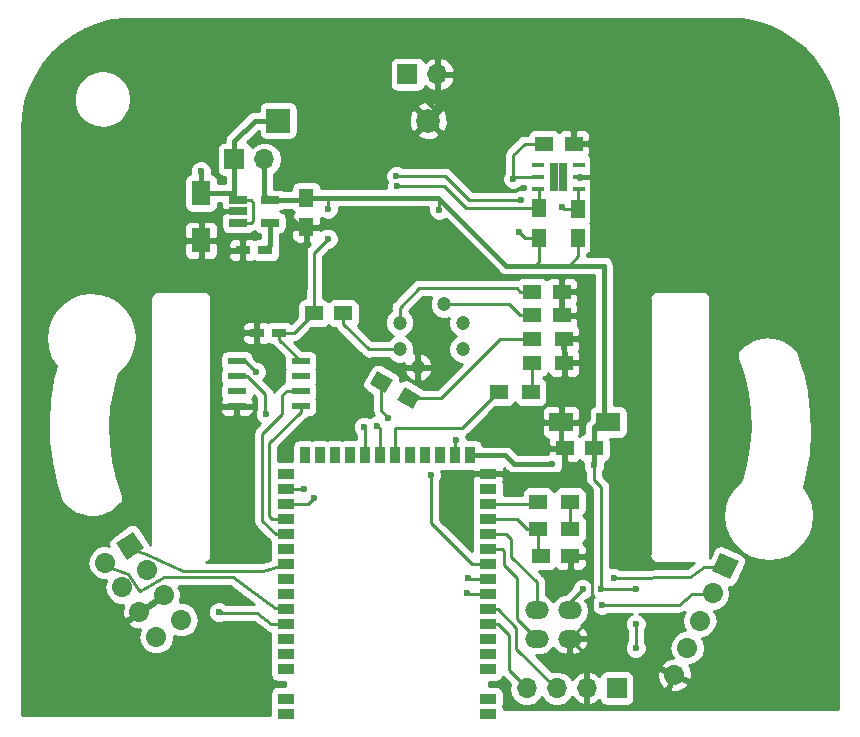
<source format=gtl>
G04 #@! TF.GenerationSoftware,KiCad,Pcbnew,(5.0.0)*
G04 #@! TF.CreationDate,2018-09-08T09:56:40+02:00*
G04 #@! TF.ProjectId,v9,76392E6B696361645F70636200000000,3*
G04 #@! TF.SameCoordinates,Original*
G04 #@! TF.FileFunction,Copper,L1,Top,Signal*
G04 #@! TF.FilePolarity,Positive*
%FSLAX46Y46*%
G04 Gerber Fmt 4.6, Leading zero omitted, Abs format (unit mm)*
G04 Created by KiCad (PCBNEW (5.0.0)) date 09/08/18 09:56:40*
%MOMM*%
%LPD*%
G01*
G04 APERTURE LIST*
G04 #@! TA.AperFunction,ComponentPad*
%ADD10C,1.200000*%
G04 #@! TD*
G04 #@! TA.AperFunction,SMDPad,CuDef*
%ADD11R,1.000000X0.450000*%
G04 #@! TD*
G04 #@! TA.AperFunction,SMDPad,CuDef*
%ADD12R,0.750000X1.250000*%
G04 #@! TD*
G04 #@! TA.AperFunction,SMDPad,CuDef*
%ADD13R,1.400000X0.900000*%
G04 #@! TD*
G04 #@! TA.AperFunction,SMDPad,CuDef*
%ADD14R,1.400000X0.930000*%
G04 #@! TD*
G04 #@! TA.AperFunction,SMDPad,CuDef*
%ADD15R,0.900000X1.400000*%
G04 #@! TD*
G04 #@! TA.AperFunction,ComponentPad*
%ADD16R,2.000000X2.000000*%
G04 #@! TD*
G04 #@! TA.AperFunction,ComponentPad*
%ADD17C,2.000000*%
G04 #@! TD*
G04 #@! TA.AperFunction,SMDPad,CuDef*
%ADD18C,1.300000*%
G04 #@! TD*
G04 #@! TA.AperFunction,Conductor*
%ADD19C,0.100000*%
G04 #@! TD*
G04 #@! TA.AperFunction,SMDPad,CuDef*
%ADD20R,1.500000X1.300000*%
G04 #@! TD*
G04 #@! TA.AperFunction,SMDPad,CuDef*
%ADD21O,2.000000X1.500000*%
G04 #@! TD*
G04 #@! TA.AperFunction,SMDPad,CuDef*
%ADD22R,2.000000X1.600000*%
G04 #@! TD*
G04 #@! TA.AperFunction,SMDPad,CuDef*
%ADD23R,1.500000X1.250000*%
G04 #@! TD*
G04 #@! TA.AperFunction,SMDPad,CuDef*
%ADD24R,1.600000X2.000000*%
G04 #@! TD*
G04 #@! TA.AperFunction,SMDPad,CuDef*
%ADD25R,1.250000X1.500000*%
G04 #@! TD*
G04 #@! TA.AperFunction,ComponentPad*
%ADD26R,1.700000X1.700000*%
G04 #@! TD*
G04 #@! TA.AperFunction,ComponentPad*
%ADD27O,1.700000X1.700000*%
G04 #@! TD*
G04 #@! TA.AperFunction,ComponentPad*
%ADD28C,1.700000*%
G04 #@! TD*
G04 #@! TA.AperFunction,Conductor*
%ADD29C,1.700000*%
G04 #@! TD*
G04 #@! TA.AperFunction,SMDPad,CuDef*
%ADD30R,1.200000X0.750000*%
G04 #@! TD*
G04 #@! TA.AperFunction,SMDPad,CuDef*
%ADD31R,1.560000X0.650000*%
G04 #@! TD*
G04 #@! TA.AperFunction,SMDPad,CuDef*
%ADD32R,1.549400X0.599440*%
G04 #@! TD*
G04 #@! TA.AperFunction,ViaPad*
%ADD33C,0.600000*%
G04 #@! TD*
G04 #@! TA.AperFunction,Conductor*
%ADD34C,0.254000*%
G04 #@! TD*
G04 #@! TA.AperFunction,Conductor*
%ADD35C,0.400000*%
G04 #@! TD*
G04 #@! TA.AperFunction,Conductor*
%ADD36C,0.250000*%
G04 #@! TD*
G04 APERTURE END LIST*
D10*
G04 #@! TO.P,U4,2*
G04 #@! TO.N,Net-(R2-Pad1)*
X71084207Y-60360158D03*
G04 #@! TO.P,U4,1*
G04 #@! TO.N,Net-(R1-Pad1)*
X71084207Y-58139842D03*
G04 #@! TO.P,U4,3*
G04 #@! TO.N,GND*
X72639842Y-61915793D03*
G04 #@! TO.P,U4,5*
G04 #@! TO.N,PIR*
X76415793Y-58139842D03*
G04 #@! TO.P,U4,4*
G04 #@! TO.N,VCC*
X76415793Y-60360158D03*
G04 #@! TO.P,U4,6*
G04 #@! TO.N,Net-(R4-Pad2)*
X74860158Y-56584207D03*
G04 #@! TD*
D11*
G04 #@! TO.P,U3,1*
G04 #@! TO.N,SDA*
X86300000Y-46825000D03*
G04 #@! TO.P,U3,2*
G04 #@! TO.N,GND*
X86300000Y-45800000D03*
G04 #@! TO.P,U3,3*
G04 #@! TO.N,N/C*
X86300000Y-44775000D03*
G04 #@! TO.P,U3,4*
X82810000Y-44775000D03*
G04 #@! TO.P,U3,5*
G04 #@! TO.N,VCC*
X82810000Y-45800000D03*
G04 #@! TO.P,U3,6*
G04 #@! TO.N,SCL*
X82810000Y-46825000D03*
D12*
G04 #@! TO.P,U3,7*
G04 #@! TO.N,N/C*
X84125000Y-45175000D03*
X84125000Y-46425000D03*
X84875000Y-45175000D03*
X84875000Y-46425000D03*
G04 #@! TD*
D13*
G04 #@! TO.P,U2,2*
G04 #@! TO.N,N/C*
X78550000Y-87455000D03*
G04 #@! TO.P,U2,41*
X61450000Y-87455000D03*
G04 #@! TO.P,U2,28*
X61450000Y-70945000D03*
D14*
G04 #@! TO.P,U2,0*
X78550000Y-91265000D03*
G04 #@! TO.P,U2,1*
X78550000Y-89995000D03*
D15*
G04 #@! TO.P,U2,24*
X66875000Y-69350000D03*
G04 #@! TO.P,U2,23*
G04 #@! TO.N,SDA*
X68145000Y-69360000D03*
G04 #@! TO.P,U2,22*
G04 #@! TO.N,SCL*
X69415000Y-69350000D03*
G04 #@! TO.P,U2,21*
G04 #@! TO.N,Net-(D2-Pad2)*
X70685000Y-69350000D03*
G04 #@! TO.P,U2,20*
G04 #@! TO.N,N/C*
X71955000Y-69350000D03*
G04 #@! TO.P,U2,19*
X73225000Y-69350000D03*
G04 #@! TO.P,U2,18*
X74495000Y-69350000D03*
D13*
G04 #@! TO.P,U2,15*
G04 #@! TO.N,GND*
X78550000Y-70945000D03*
D15*
G04 #@! TO.P,U2,17*
G04 #@! TO.N,PIR*
X75765000Y-69350000D03*
G04 #@! TO.P,U2,16*
G04 #@! TO.N,VCC*
X77035000Y-69350000D03*
G04 #@! TO.P,U2,25*
G04 #@! TO.N,N/C*
X65605000Y-69350000D03*
G04 #@! TO.P,U2,26*
X64335000Y-69350000D03*
G04 #@! TO.P,U2,27*
X63065000Y-69350000D03*
D13*
G04 #@! TO.P,U2,14*
X78550000Y-72215000D03*
G04 #@! TO.P,U2,13*
G04 #@! TO.N,DCC*
X78550000Y-73485000D03*
G04 #@! TO.P,U2,12*
G04 #@! TO.N,DEC4*
X78550000Y-74755000D03*
G04 #@! TO.P,U2,11*
G04 #@! TO.N,EXT2*
X78550000Y-76025000D03*
G04 #@! TO.P,U2,10*
G04 #@! TO.N,EXT1*
X78550000Y-77295000D03*
G04 #@! TO.P,U2,9*
G04 #@! TO.N,Net-(D1-Pad2)*
X78550000Y-78565000D03*
G04 #@! TO.P,U2,8*
G04 #@! TO.N,RX*
X78550000Y-79835000D03*
G04 #@! TO.P,U2,7*
G04 #@! TO.N,TX*
X78550000Y-81105000D03*
G04 #@! TO.P,U2,6*
G04 #@! TO.N,SDA2*
X78550000Y-82375000D03*
G04 #@! TO.P,U2,5*
G04 #@! TO.N,SCL2*
X78550000Y-83645000D03*
G04 #@! TO.P,U2,4*
G04 #@! TO.N,N/C*
X78550000Y-84915000D03*
G04 #@! TO.P,U2,3*
X78550000Y-86185000D03*
G04 #@! TO.P,U2,29*
G04 #@! TO.N,CS*
X61450000Y-72215000D03*
G04 #@! TO.P,U2,30*
G04 #@! TO.N,MISO*
X61450000Y-73485000D03*
G04 #@! TO.P,U2,31*
G04 #@! TO.N,MOSI*
X61450000Y-74755000D03*
G04 #@! TO.P,U2,32*
G04 #@! TO.N,SCK*
X61450000Y-76025000D03*
G04 #@! TO.P,U2,33*
G04 #@! TO.N,N/C*
X61450000Y-77295000D03*
G04 #@! TO.P,U2,34*
G04 #@! TO.N,RST*
X61450000Y-78565000D03*
G04 #@! TO.P,U2,35*
G04 #@! TO.N,N/C*
X61450000Y-79835000D03*
G04 #@! TO.P,U2,36*
X61450000Y-81105000D03*
G04 #@! TO.P,U2,37*
G04 #@! TO.N,SWDCLK*
X61450000Y-82375000D03*
G04 #@! TO.P,U2,38*
G04 #@! TO.N,SWDIO*
X61450000Y-83645000D03*
G04 #@! TO.P,U2,39*
G04 #@! TO.N,N/C*
X61450000Y-84915000D03*
G04 #@! TO.P,U2,40*
X61450000Y-86185000D03*
D14*
G04 #@! TO.P,U2,42*
X61450000Y-89995000D03*
G04 #@! TO.P,U2,43*
X61450000Y-91265000D03*
G04 #@! TD*
D16*
G04 #@! TO.P,BT3,1*
G04 #@! TO.N,BAT+*
X60800000Y-41025000D03*
D17*
G04 #@! TO.P,BT3,2*
G04 #@! TO.N,GND*
X73500000Y-41025000D03*
G04 #@! TD*
D18*
G04 #@! TO.P,D1,1*
G04 #@! TO.N,Net-(D1-Pad1)*
X71869134Y-64525000D03*
D19*
G04 #@! TD*
G04 #@! TO.N,Net-(D1-Pad1)*
G04 #@! TO.C,D1*
G36*
X72843653Y-64337083D02*
X72193653Y-65462917D01*
X70894615Y-64712917D01*
X71544615Y-63587083D01*
X72843653Y-64337083D01*
X72843653Y-64337083D01*
G37*
D18*
G04 #@! TO.P,D1,2*
G04 #@! TO.N,Net-(D1-Pad2)*
X69530866Y-63175000D03*
D19*
G04 #@! TD*
G04 #@! TO.N,Net-(D1-Pad2)*
G04 #@! TO.C,D1*
G36*
X70505385Y-62987083D02*
X69855385Y-64112917D01*
X68556347Y-63362917D01*
X69206347Y-62237083D01*
X70505385Y-62987083D01*
X70505385Y-62987083D01*
G37*
D20*
G04 #@! TO.P,D2,1*
G04 #@! TO.N,Net-(D2-Pad1)*
X82200000Y-64000000D03*
G04 #@! TO.P,D2,2*
G04 #@! TO.N,Net-(D2-Pad2)*
X79500000Y-64000000D03*
G04 #@! TD*
D21*
G04 #@! TO.P,J7,2*
G04 #@! TO.N,GND*
X85490000Y-84890000D03*
G04 #@! TO.P,J7,1*
G04 #@! TO.N,VCC*
X85490000Y-82490000D03*
G04 #@! TD*
D22*
G04 #@! TO.P,C1,1*
G04 #@! TO.N,GND*
X84750000Y-66550000D03*
G04 #@! TO.P,C1,2*
G04 #@! TO.N,VCC*
X88750000Y-66550000D03*
G04 #@! TD*
D23*
G04 #@! TO.P,C2,1*
G04 #@! TO.N,GND*
X85825000Y-42975000D03*
G04 #@! TO.P,C2,2*
G04 #@! TO.N,VCC*
X83325000Y-42975000D03*
G04 #@! TD*
G04 #@! TO.P,C3,1*
G04 #@! TO.N,GND*
X85050000Y-68750000D03*
G04 #@! TO.P,C3,2*
G04 #@! TO.N,VCC*
X87550000Y-68750000D03*
G04 #@! TD*
D24*
G04 #@! TO.P,C4,1*
G04 #@! TO.N,BAT+*
X54275000Y-47175000D03*
G04 #@! TO.P,C4,2*
G04 #@! TO.N,GND*
X54275000Y-51175000D03*
G04 #@! TD*
D25*
G04 #@! TO.P,C5,1*
G04 #@! TO.N,GND*
X63175000Y-50050000D03*
G04 #@! TO.P,C5,2*
G04 #@! TO.N,VCC*
X63175000Y-47550000D03*
G04 #@! TD*
D26*
G04 #@! TO.P,J2,1*
G04 #@! TO.N,BAT+*
X71750000Y-37100000D03*
D27*
G04 #@! TO.P,J2,2*
G04 #@! TO.N,GND*
X74290000Y-37100000D03*
G04 #@! TD*
D28*
G04 #@! TO.P,J3,1*
G04 #@! TO.N,RX*
X98650000Y-78750000D03*
D19*
G04 #@! TD*
G04 #@! TO.N,RX*
G04 #@! TO.C,J3*
G36*
X99779587Y-78338864D02*
X99061136Y-79879587D01*
X97520413Y-79161136D01*
X98238864Y-77620413D01*
X99779587Y-78338864D01*
X99779587Y-78338864D01*
G37*
D28*
G04 #@! TO.P,J3,2*
G04 #@! TO.N,TX*
X97576550Y-81052022D03*
D29*
G04 #@! TD*
G04 #@! TO.N,TX*
G04 #@! TO.C,J3*
X97576550Y-81052022D02*
X97576550Y-81052022D01*
D28*
G04 #@! TO.P,J3,3*
G04 #@! TO.N,BAT+*
X96503099Y-83354044D03*
D29*
G04 #@! TD*
G04 #@! TO.N,BAT+*
G04 #@! TO.C,J3*
X96503099Y-83354044D02*
X96503099Y-83354044D01*
D28*
G04 #@! TO.P,J3,4*
G04 #@! TO.N,N/C*
X95429649Y-85656065D03*
D29*
G04 #@! TD*
G04 #@! TO.N,N/C*
G04 #@! TO.C,J3*
X95429649Y-85656065D02*
X95429649Y-85656065D01*
D28*
G04 #@! TO.P,J3,5*
G04 #@! TO.N,GND*
X94356198Y-87958087D03*
D29*
G04 #@! TD*
G04 #@! TO.N,GND*
G04 #@! TO.C,J3*
X94356198Y-87958087D02*
X94356198Y-87958087D01*
D26*
G04 #@! TO.P,J4,1*
G04 #@! TO.N,BAT+*
X57100000Y-44300000D03*
D27*
G04 #@! TO.P,J4,2*
G04 #@! TO.N,VCC*
X59640000Y-44300000D03*
G04 #@! TD*
D26*
G04 #@! TO.P,J5,1*
G04 #@! TO.N,VCC*
X89465000Y-89075000D03*
D27*
G04 #@! TO.P,J5,2*
G04 #@! TO.N,GND*
X86925000Y-89075000D03*
G04 #@! TO.P,J5,3*
G04 #@! TO.N,SDA2*
X84385000Y-89075000D03*
G04 #@! TO.P,J5,4*
G04 #@! TO.N,SCL2*
X81845000Y-89075000D03*
G04 #@! TD*
D23*
G04 #@! TO.P,R1,1*
G04 #@! TO.N,Net-(R1-Pad1)*
X82300000Y-55500000D03*
G04 #@! TO.P,R1,2*
G04 #@! TO.N,GND*
X84800000Y-55500000D03*
G04 #@! TD*
G04 #@! TO.P,R2,1*
G04 #@! TO.N,Net-(R2-Pad1)*
X66300000Y-57350000D03*
G04 #@! TO.P,R2,2*
G04 #@! TO.N,VCC*
X63800000Y-57350000D03*
G04 #@! TD*
D25*
G04 #@! TO.P,R3,1*
G04 #@! TO.N,SCL*
X82850000Y-48450000D03*
G04 #@! TO.P,R3,2*
G04 #@! TO.N,VCC*
X82850000Y-50950000D03*
G04 #@! TD*
D23*
G04 #@! TO.P,R4,1*
G04 #@! TO.N,GND*
X84800000Y-57500000D03*
G04 #@! TO.P,R4,2*
G04 #@! TO.N,Net-(R4-Pad2)*
X82300000Y-57500000D03*
G04 #@! TD*
D25*
G04 #@! TO.P,R5,1*
G04 #@! TO.N,VCC*
X86225000Y-50975000D03*
G04 #@! TO.P,R5,2*
G04 #@! TO.N,SDA*
X86225000Y-48475000D03*
G04 #@! TD*
D20*
G04 #@! TO.P,R6,1*
G04 #@! TO.N,Net-(D1-Pad1)*
X82300000Y-59500000D03*
G04 #@! TO.P,R6,2*
G04 #@! TO.N,GND*
X85000000Y-59500000D03*
G04 #@! TD*
G04 #@! TO.P,R7,1*
G04 #@! TO.N,Net-(D2-Pad1)*
X82325000Y-61525000D03*
G04 #@! TO.P,R7,2*
G04 #@! TO.N,GND*
X85025000Y-61525000D03*
G04 #@! TD*
G04 #@! TO.P,L1,1*
G04 #@! TO.N,DCC*
X82817500Y-73287500D03*
G04 #@! TO.P,L1,2*
G04 #@! TO.N,Net-(L1-Pad2)*
X85517500Y-73287500D03*
G04 #@! TD*
G04 #@! TO.P,L2,1*
G04 #@! TO.N,Net-(L1-Pad2)*
X85517500Y-75607500D03*
G04 #@! TO.P,L2,2*
G04 #@! TO.N,DEC4*
X82817500Y-75607500D03*
G04 #@! TD*
D23*
G04 #@! TO.P,C7,1*
G04 #@! TO.N,GND*
X85527500Y-77917500D03*
G04 #@! TO.P,C7,2*
G04 #@! TO.N,DEC4*
X83027500Y-77917500D03*
G04 #@! TD*
D30*
G04 #@! TO.P,C8,1*
G04 #@! TO.N,Net-(C8-Pad1)*
X59700000Y-52000000D03*
G04 #@! TO.P,C8,2*
G04 #@! TO.N,GND*
X57800000Y-52000000D03*
G04 #@! TD*
D21*
G04 #@! TO.P,J6,2*
G04 #@! TO.N,EXT2*
X82690000Y-82490000D03*
G04 #@! TO.P,J6,1*
G04 #@! TO.N,EXT1*
X82690000Y-84890000D03*
G04 #@! TD*
D31*
G04 #@! TO.P,U5,1*
G04 #@! TO.N,BAT+*
X57400000Y-47775000D03*
G04 #@! TO.P,U5,2*
G04 #@! TO.N,GND*
X57400000Y-48725000D03*
G04 #@! TO.P,U5,3*
G04 #@! TO.N,BAT+*
X57400000Y-49675000D03*
G04 #@! TO.P,U5,4*
G04 #@! TO.N,Net-(C8-Pad1)*
X60100000Y-49675000D03*
G04 #@! TO.P,U5,5*
G04 #@! TO.N,VCC*
X60100000Y-47775000D03*
G04 #@! TD*
D30*
G04 #@! TO.P,C9,1*
G04 #@! TO.N,GND*
X59000000Y-59000000D03*
G04 #@! TO.P,C9,2*
G04 #@! TO.N,VCC*
X60900000Y-59000000D03*
G04 #@! TD*
D32*
G04 #@! TO.P,U1,1*
G04 #@! TO.N,CS*
X57302520Y-61397540D03*
G04 #@! TO.P,U1,2*
G04 #@! TO.N,MISO*
X57302520Y-62667540D03*
G04 #@! TO.P,U1,3*
G04 #@! TO.N,N/C*
X57302520Y-63932460D03*
G04 #@! TO.P,U1,4*
G04 #@! TO.N,GND*
X57302520Y-65202460D03*
G04 #@! TO.P,U1,5*
G04 #@! TO.N,MOSI*
X62697480Y-65202460D03*
G04 #@! TO.P,U1,6*
G04 #@! TO.N,SCK*
X62697480Y-63932460D03*
G04 #@! TO.P,U1,7*
G04 #@! TO.N,N/C*
X62697480Y-62667540D03*
G04 #@! TO.P,U1,8*
G04 #@! TO.N,VCC*
X62697480Y-61397540D03*
G04 #@! TD*
D28*
G04 #@! TO.P,J1,1*
G04 #@! TO.N,RST*
X48250000Y-77025000D03*
D19*
G04 #@! TD*
G04 #@! TO.N,RST*
G04 #@! TO.C,J1*
G36*
X48469062Y-75843047D02*
X49431953Y-77244062D01*
X48030938Y-78206953D01*
X47068047Y-76805938D01*
X48469062Y-75843047D01*
X48469062Y-75843047D01*
G37*
D28*
G04 #@! TO.P,J1,2*
G04 #@! TO.N,SWDCLK*
X46156719Y-78463672D03*
D29*
G04 #@! TD*
G04 #@! TO.N,SWDCLK*
G04 #@! TO.C,J1*
X46156719Y-78463672D02*
X46156719Y-78463672D01*
D28*
G04 #@! TO.P,J1,3*
G04 #@! TO.N,N/C*
X49688672Y-79118281D03*
D29*
G04 #@! TD*
G04 #@! TO.N,N/C*
G04 #@! TO.C,J1*
X49688672Y-79118281D02*
X49688672Y-79118281D01*
D28*
G04 #@! TO.P,J1,4*
G04 #@! TO.N,SWDIO*
X47595391Y-80556952D03*
D29*
G04 #@! TD*
G04 #@! TO.N,SWDIO*
G04 #@! TO.C,J1*
X47595391Y-80556952D02*
X47595391Y-80556952D01*
D28*
G04 #@! TO.P,J1,5*
G04 #@! TO.N,GND*
X51127344Y-81211561D03*
D29*
G04 #@! TD*
G04 #@! TO.N,GND*
G04 #@! TO.C,J1*
X51127344Y-81211561D02*
X51127344Y-81211561D01*
D28*
G04 #@! TO.P,J1,6*
G04 #@! TO.N,GND*
X49034063Y-82650233D03*
D29*
G04 #@! TD*
G04 #@! TO.N,GND*
G04 #@! TO.C,J1*
X49034063Y-82650233D02*
X49034063Y-82650233D01*
D28*
G04 #@! TO.P,J1,7*
G04 #@! TO.N,BAT+*
X52566016Y-83304842D03*
D29*
G04 #@! TD*
G04 #@! TO.N,BAT+*
G04 #@! TO.C,J1*
X52566016Y-83304842D02*
X52566016Y-83304842D01*
D28*
G04 #@! TO.P,J1,8*
G04 #@! TO.N,BAT+*
X50472735Y-84743513D03*
D29*
G04 #@! TD*
G04 #@! TO.N,BAT+*
G04 #@! TO.C,J1*
X50472735Y-84743513D02*
X50472735Y-84743513D01*
D33*
G04 #@! TO.N,VCC*
X91060000Y-85680000D03*
X91070000Y-83650000D03*
X91090000Y-80700000D03*
X80690000Y-45960000D03*
X81180000Y-50450000D03*
X64980000Y-51040000D03*
X65000000Y-48500000D03*
X74420000Y-48570000D03*
X86575000Y-80700000D03*
X88150000Y-80675000D03*
X84000000Y-70125000D03*
X87525000Y-70225000D03*
G04 #@! TO.N,PIR*
X75850000Y-68100000D03*
G04 #@! TO.N,GND*
X87300000Y-54510000D03*
X87310000Y-52430000D03*
X71950000Y-50950000D03*
X55850000Y-48700000D03*
X61875000Y-49275000D03*
G04 #@! TO.N,SWDIO*
X55775000Y-82650000D03*
G04 #@! TO.N,RX*
X76850000Y-79725000D03*
X89200000Y-79750000D03*
G04 #@! TO.N,TX*
X76775000Y-81050000D03*
X88200000Y-82000000D03*
G04 #@! TO.N,SDA*
X84800000Y-48310000D03*
X81400000Y-47760000D03*
X70810000Y-45720000D03*
X68040000Y-66960000D03*
G04 #@! TO.N,BAT+*
X54250000Y-45300000D03*
G04 #@! TO.N,SCL*
X69180000Y-66860000D03*
X70880000Y-46600000D03*
G04 #@! TO.N,Net-(D1-Pad2)*
X70130000Y-66170000D03*
X73730000Y-71020000D03*
G04 #@! TO.N,CS*
X58900000Y-62300000D03*
X63000000Y-72200000D03*
G04 #@! TO.N,MISO*
X63850000Y-72950000D03*
X59750000Y-65850000D03*
G04 #@! TD*
D34*
G04 #@! TO.N,VCC*
X60900000Y-59000000D02*
X60900000Y-59600060D01*
X60900000Y-59600060D02*
X62697480Y-61397540D01*
X60900000Y-59000000D02*
X62150000Y-59000000D01*
X62150000Y-59000000D02*
X63800000Y-57350000D01*
X88150000Y-80675000D02*
X91065000Y-80675000D01*
X91060000Y-83660000D02*
X91060000Y-85680000D01*
X91070000Y-83650000D02*
X91060000Y-83660000D01*
X91065000Y-80675000D02*
X91090000Y-80700000D01*
X80690000Y-45960000D02*
X80690000Y-43980000D01*
X81695000Y-42975000D02*
X83325000Y-42975000D01*
X80690000Y-43980000D02*
X81695000Y-42975000D01*
X82850000Y-50950000D02*
X81680000Y-50950000D01*
X80850000Y-45800000D02*
X82810000Y-45800000D01*
X80690000Y-45960000D02*
X80850000Y-45800000D01*
X81680000Y-50950000D02*
X81180000Y-50450000D01*
X86225000Y-50975000D02*
X86225000Y-52525000D01*
X86225000Y-52525000D02*
X85450000Y-53300000D01*
X82850000Y-50950000D02*
X82850000Y-53020000D01*
X82850000Y-53020000D02*
X82570000Y-53300000D01*
X63175000Y-47550000D02*
X64900000Y-47550000D01*
X63800000Y-52220000D02*
X63800000Y-57350000D01*
X64980000Y-51040000D02*
X63800000Y-52220000D01*
X65000000Y-47650000D02*
X65000000Y-48500000D01*
X64900000Y-47550000D02*
X65000000Y-47650000D01*
X74430000Y-47605000D02*
X74375000Y-47550000D01*
X74430000Y-48560000D02*
X74430000Y-47605000D01*
X74420000Y-48570000D02*
X74430000Y-48560000D01*
X87525000Y-70225000D02*
X87525000Y-71425000D01*
X86575000Y-80700000D02*
X85490000Y-81785000D01*
X88150000Y-72050000D02*
X88150000Y-80675000D01*
X87525000Y-71425000D02*
X88150000Y-72050000D01*
X85490000Y-81785000D02*
X85490000Y-82490000D01*
D35*
X87550000Y-68750000D02*
X87550000Y-70200000D01*
X80000000Y-69375000D02*
X77060000Y-69375000D01*
X80750000Y-70125000D02*
X80000000Y-69375000D01*
X84000000Y-70125000D02*
X80750000Y-70125000D01*
X87550000Y-70200000D02*
X87525000Y-70225000D01*
X77060000Y-69375000D02*
X77035000Y-69350000D01*
X88375000Y-53300000D02*
X88375000Y-66175000D01*
X74375000Y-47550000D02*
X80125000Y-53300000D01*
X80125000Y-53300000D02*
X82570000Y-53300000D01*
X82570000Y-53300000D02*
X85450000Y-53300000D01*
X85450000Y-53300000D02*
X88375000Y-53300000D01*
X88375000Y-66175000D02*
X87550000Y-67000000D01*
X87550000Y-67000000D02*
X87550000Y-68750000D01*
X63175000Y-47550000D02*
X74375000Y-47550000D01*
X60100000Y-47775000D02*
X62950000Y-47775000D01*
X62950000Y-47775000D02*
X63175000Y-47550000D01*
X59640000Y-44300000D02*
X59640000Y-47315000D01*
X59640000Y-47315000D02*
X60100000Y-47775000D01*
D34*
G04 #@! TO.N,PIR*
X75765000Y-68185000D02*
X75765000Y-69350000D01*
X75850000Y-68100000D02*
X75765000Y-68185000D01*
D35*
G04 #@! TO.N,GND*
X49050000Y-53300000D02*
X49125000Y-74100000D01*
X50185000Y-52165000D02*
X49050000Y-53300000D01*
X50185000Y-52135000D02*
X50185000Y-52165000D01*
X47525000Y-83925000D02*
X48883122Y-82843177D01*
X43125000Y-77775000D02*
X47525000Y-83925000D01*
X49125000Y-74100000D02*
X43125000Y-77775000D01*
X48883122Y-82843177D02*
X50963768Y-81386292D01*
D34*
X57302520Y-65202460D02*
X56002460Y-65202460D01*
X56950000Y-59000000D02*
X59000000Y-59000000D01*
X55600000Y-60350000D02*
X56950000Y-59000000D01*
X55600000Y-64800000D02*
X55600000Y-60350000D01*
X56002460Y-65202460D02*
X55600000Y-64800000D01*
X63175000Y-50050000D02*
X63175000Y-55275000D01*
X59000000Y-57500000D02*
X59000000Y-59000000D01*
X59850000Y-56650000D02*
X59000000Y-57500000D01*
X61800000Y-56650000D02*
X59850000Y-56650000D01*
X63175000Y-55275000D02*
X61800000Y-56650000D01*
X85025000Y-61525000D02*
X86325000Y-61525000D01*
X86325000Y-61525000D02*
X86400000Y-61600000D01*
X86400000Y-61600000D02*
X86400000Y-63300000D01*
X86400000Y-63300000D02*
X84750000Y-64950000D01*
X84750000Y-64950000D02*
X84750000Y-66550000D01*
X85527500Y-77917500D02*
X87322500Y-77917500D01*
X87322500Y-77917500D02*
X87375000Y-77865000D01*
X86925000Y-89075000D02*
X86925000Y-86325000D01*
X86925000Y-86325000D02*
X85490000Y-84890000D01*
D35*
X74290000Y-37100000D02*
X74290000Y-40235000D01*
X74290000Y-40235000D02*
X73500000Y-41025000D01*
X52935000Y-51175000D02*
X54275000Y-51175000D01*
X52040000Y-50280000D02*
X52935000Y-51175000D01*
X52040000Y-45800000D02*
X52040000Y-50280000D01*
X52950000Y-44890000D02*
X52040000Y-45800000D01*
X52990000Y-44890000D02*
X52950000Y-44890000D01*
X58780000Y-39100000D02*
X52990000Y-44890000D01*
X73155000Y-39100000D02*
X58780000Y-39100000D01*
X74290000Y-40235000D02*
X73155000Y-39100000D01*
D34*
X87320000Y-45210000D02*
X87320000Y-52420000D01*
X86400000Y-55410000D02*
X86400000Y-55575000D01*
X87300000Y-54510000D02*
X86400000Y-55410000D01*
X87320000Y-52420000D02*
X87310000Y-52430000D01*
X85825000Y-42975000D02*
X86915000Y-42975000D01*
X87230000Y-45800000D02*
X86300000Y-45800000D01*
X87320000Y-45710000D02*
X87230000Y-45800000D01*
X87320000Y-43380000D02*
X87320000Y-45210000D01*
X87320000Y-45210000D02*
X87320000Y-45710000D01*
X86915000Y-42975000D02*
X87320000Y-43380000D01*
X71960000Y-50940000D02*
X71960000Y-50050000D01*
X71950000Y-50950000D02*
X71960000Y-50940000D01*
X84550000Y-70945000D02*
X86095000Y-70945000D01*
X87375000Y-83005000D02*
X85490000Y-84890000D01*
X87375000Y-72225000D02*
X87375000Y-77865000D01*
X87375000Y-77865000D02*
X87375000Y-83005000D01*
X86095000Y-70945000D02*
X87375000Y-72225000D01*
D35*
X85050000Y-68750000D02*
X85050000Y-70525000D01*
X84630000Y-70945000D02*
X84550000Y-70945000D01*
X84550000Y-70945000D02*
X78550000Y-70945000D01*
X85050000Y-70525000D02*
X84630000Y-70945000D01*
X86400000Y-55575000D02*
X84875000Y-55575000D01*
X84875000Y-55575000D02*
X84800000Y-55500000D01*
X86400000Y-57475000D02*
X84825000Y-57475000D01*
X84825000Y-57475000D02*
X84800000Y-57500000D01*
X86400000Y-59500000D02*
X85000000Y-59500000D01*
X86325000Y-61525000D02*
X86400000Y-61450000D01*
X86400000Y-54175000D02*
X86400000Y-55575000D01*
X75400000Y-50050000D02*
X79525000Y-54175000D01*
X79525000Y-54175000D02*
X86400000Y-54175000D01*
X71960000Y-50050000D02*
X75400000Y-50050000D01*
X86400000Y-55575000D02*
X86400000Y-57475000D01*
X86400000Y-57475000D02*
X86400000Y-59500000D01*
X86400000Y-59500000D02*
X86400000Y-61450000D01*
X86400000Y-61450000D02*
X86400000Y-63300000D01*
X63175000Y-50050000D02*
X71960000Y-50050000D01*
X84750000Y-64950000D02*
X84750000Y-68450000D01*
X86400000Y-63300000D02*
X84750000Y-64950000D01*
X84750000Y-68450000D02*
X85050000Y-68750000D01*
X57400000Y-48725000D02*
X55875000Y-48725000D01*
X55875000Y-48725000D02*
X55850000Y-48700000D01*
X61875000Y-49275000D02*
X62650000Y-50050000D01*
X62650000Y-50050000D02*
X63175000Y-50050000D01*
X54275000Y-51175000D02*
X55500000Y-51175000D01*
X55500000Y-51175000D02*
X55825000Y-51500000D01*
X57400000Y-48725000D02*
X56225000Y-48725000D01*
X56325000Y-52000000D02*
X57800000Y-52000000D01*
X55825000Y-51500000D02*
X56325000Y-52000000D01*
X55825000Y-49125000D02*
X55825000Y-51500000D01*
X56225000Y-48725000D02*
X55825000Y-49125000D01*
X50180000Y-52140000D02*
X50185000Y-52135000D01*
X50185000Y-52135000D02*
X52040000Y-50280000D01*
D34*
G04 #@! TO.N,RST*
X54350000Y-79200000D02*
X52750000Y-79200000D01*
X54350000Y-79200000D02*
X59550000Y-79200000D01*
X61450000Y-78565000D02*
X59550000Y-79200000D01*
X49625000Y-77725000D02*
X48050000Y-77225000D01*
X52750000Y-79200000D02*
X49625000Y-77725000D01*
G04 #@! TO.N,SWDCLK*
X45969354Y-78681884D02*
X48100000Y-79450000D01*
X51175000Y-79675000D02*
X56950560Y-79680788D01*
X49075000Y-80850000D02*
X51175000Y-79675000D01*
X48950000Y-80675000D02*
X49075000Y-80850000D01*
X48100000Y-79450000D02*
X48950000Y-80675000D01*
X58361916Y-80708724D02*
X60509406Y-82280941D01*
X56911044Y-79680788D02*
X56950560Y-79680788D01*
X56950560Y-79680788D02*
X58361916Y-80708724D01*
X60509406Y-82280941D02*
X61450000Y-82375000D01*
G04 #@! TO.N,SWDIO*
X55775000Y-82650000D02*
X55850000Y-82700000D01*
X55850000Y-82700000D02*
X56025000Y-82675000D01*
X56025000Y-82675000D02*
X55850000Y-82700000D01*
X59050000Y-82700000D02*
X60225000Y-83645000D01*
X55850000Y-82700000D02*
X59050000Y-82700000D01*
X60225000Y-83645000D02*
X61450000Y-83645000D01*
D36*
X60225000Y-83645000D02*
X61450000Y-83645000D01*
D34*
G04 #@! TO.N,RX*
X89200000Y-79750000D02*
X95650000Y-79700000D01*
X96850000Y-78800000D02*
X98250000Y-78800000D01*
X95650000Y-79700000D02*
X96850000Y-78800000D01*
X76960000Y-79835000D02*
X78550000Y-79835000D01*
X76850000Y-79725000D02*
X76960000Y-79835000D01*
X89250000Y-79700000D02*
X89200000Y-79750000D01*
G04 #@! TO.N,TX*
X88200000Y-82000000D02*
X94750000Y-82000000D01*
X76830000Y-81105000D02*
X76775000Y-81050000D01*
X78550000Y-81105000D02*
X76830000Y-81105000D01*
X95850000Y-81100000D02*
X97176550Y-81102022D01*
X94750000Y-82000000D02*
X95850000Y-81100000D01*
G04 #@! TO.N,SDA*
X86225000Y-48475000D02*
X86225000Y-46900000D01*
X86225000Y-46900000D02*
X86300000Y-46825000D01*
X68145000Y-69360000D02*
X68145000Y-67065000D01*
X84965000Y-48475000D02*
X86225000Y-48475000D01*
X84800000Y-48310000D02*
X84965000Y-48475000D01*
X76960000Y-47760000D02*
X81400000Y-47760000D01*
X74900000Y-45700000D02*
X76960000Y-47760000D01*
X70830000Y-45700000D02*
X74900000Y-45700000D01*
X70810000Y-45720000D02*
X70830000Y-45700000D01*
X68145000Y-67065000D02*
X68040000Y-66960000D01*
D35*
G04 #@! TO.N,BAT+*
X54275000Y-45325000D02*
X54250000Y-45300000D01*
X54275000Y-47175000D02*
X54275000Y-45325000D01*
D36*
X57400000Y-49675000D02*
X58525000Y-49675000D01*
X58475000Y-47775000D02*
X57400000Y-47775000D01*
X58700000Y-48000000D02*
X58475000Y-47775000D01*
X58700000Y-49500000D02*
X58700000Y-48000000D01*
X58525000Y-49675000D02*
X58700000Y-49500000D01*
D35*
X57100000Y-44300000D02*
X57100000Y-47475000D01*
X57100000Y-47475000D02*
X57400000Y-47775000D01*
X54275000Y-47175000D02*
X56800000Y-47175000D01*
X56800000Y-47175000D02*
X57400000Y-47775000D01*
X60800000Y-41025000D02*
X58825000Y-41025000D01*
X57100000Y-42750000D02*
X57100000Y-44300000D01*
X58825000Y-41025000D02*
X57100000Y-42750000D01*
D34*
G04 #@! TO.N,Net-(R1-Pad1)*
X71084207Y-56865793D02*
X71084207Y-58139842D01*
X72750000Y-55200000D02*
X71084207Y-56865793D01*
X80996000Y-55200000D02*
X72750000Y-55200000D01*
X82300000Y-55500000D02*
X81296000Y-55500000D01*
X81296000Y-55500000D02*
X80996000Y-55200000D01*
G04 #@! TO.N,Net-(R2-Pad1)*
X66300000Y-58229000D02*
X68471000Y-60400000D01*
X66300000Y-57350000D02*
X66300000Y-58229000D01*
X68510842Y-60360158D02*
X71084207Y-60360158D01*
X68471000Y-60400000D02*
X68510842Y-60360158D01*
G04 #@! TO.N,Net-(R4-Pad2)*
X75708686Y-56584207D02*
X74860158Y-56584207D01*
X80380207Y-56584207D02*
X75708686Y-56584207D01*
X81296000Y-57500000D02*
X80380207Y-56584207D01*
X82300000Y-57500000D02*
X81296000Y-57500000D01*
G04 #@! TO.N,SCL*
X82850000Y-48450000D02*
X82850000Y-46865000D01*
X82850000Y-46865000D02*
X82810000Y-46825000D01*
X82850000Y-48450000D02*
X76700000Y-48450000D01*
X69415000Y-67095000D02*
X69415000Y-69350000D01*
X69180000Y-66860000D02*
X69415000Y-67095000D01*
X74850000Y-46600000D02*
X70880000Y-46600000D01*
X76700000Y-48450000D02*
X74850000Y-46600000D01*
G04 #@! TO.N,SCL2*
X78550000Y-83645000D02*
X79455000Y-83645000D01*
X80350000Y-87580000D02*
X81845000Y-89075000D01*
X80350000Y-84540000D02*
X80350000Y-87580000D01*
X79455000Y-83645000D02*
X80350000Y-84540000D01*
G04 #@! TO.N,SDA2*
X84385000Y-89075000D02*
X84315000Y-89075000D01*
X84315000Y-89075000D02*
X80970000Y-85730000D01*
X80970000Y-85730000D02*
X80970000Y-83970000D01*
X80970000Y-83970000D02*
X79375000Y-82375000D01*
X79375000Y-82375000D02*
X78550000Y-82375000D01*
G04 #@! TO.N,EXT2*
X82690000Y-82490000D02*
X82690000Y-80090000D01*
X80125000Y-76025000D02*
X78550000Y-76025000D01*
X80550000Y-76450000D02*
X80125000Y-76025000D01*
X80550000Y-77950000D02*
X80550000Y-76450000D01*
X82690000Y-80090000D02*
X80550000Y-77950000D01*
G04 #@! TO.N,EXT1*
X78550000Y-77295000D02*
X79780000Y-77295000D01*
X81025000Y-83225000D02*
X82690000Y-84890000D01*
X81025000Y-79750000D02*
X81025000Y-83225000D01*
X79925000Y-78650000D02*
X81025000Y-79750000D01*
X79925000Y-77440000D02*
X79925000Y-78650000D01*
X79780000Y-77295000D02*
X79925000Y-77440000D01*
G04 #@! TO.N,Net-(D1-Pad1)*
X79575000Y-59500000D02*
X82300000Y-59500000D01*
X71869134Y-64525000D02*
X74550000Y-64525000D01*
X74550000Y-64525000D02*
X79575000Y-59500000D01*
D36*
G04 #@! TO.N,Net-(D1-Pad2)*
X73730000Y-71020000D02*
X73760000Y-71050000D01*
X73760000Y-71050000D02*
X73760000Y-75130000D01*
X73760000Y-75130000D02*
X77195000Y-78565000D01*
X77195000Y-78565000D02*
X78550000Y-78565000D01*
D34*
X69530866Y-65570866D02*
X70130000Y-66170000D01*
X69530866Y-63175000D02*
X69530866Y-65570866D01*
G04 #@! TO.N,Net-(D2-Pad1)*
X82325000Y-61525000D02*
X82325000Y-63875000D01*
X82325000Y-63875000D02*
X82200000Y-64000000D01*
D36*
G04 #@! TO.N,Net-(D2-Pad2)*
X70685000Y-69350000D02*
X70685000Y-67055000D01*
D34*
X79400000Y-64000000D02*
X79500000Y-64000000D01*
X76345000Y-67055000D02*
X79400000Y-64000000D01*
X70685000Y-67055000D02*
X76345000Y-67055000D01*
G04 #@! TO.N,DCC*
X78550000Y-73485000D02*
X82620000Y-73485000D01*
X82620000Y-73485000D02*
X82817500Y-73287500D01*
G04 #@! TO.N,Net-(L1-Pad2)*
X85517500Y-73287500D02*
X85517500Y-75607500D01*
G04 #@! TO.N,DEC4*
X82817500Y-75607500D02*
X82817500Y-77707500D01*
X82817500Y-77707500D02*
X83027500Y-77917500D01*
X82817500Y-75607500D02*
X81857500Y-75607500D01*
X81005000Y-74755000D02*
X78550000Y-74755000D01*
X81857500Y-75607500D02*
X81005000Y-74755000D01*
D35*
G04 #@! TO.N,Net-(C8-Pad1)*
X60100000Y-49675000D02*
X60100000Y-51600000D01*
X60100000Y-51600000D02*
X59700000Y-52000000D01*
D34*
G04 #@! TO.N,CS*
X61450000Y-72215000D02*
X62985000Y-72215000D01*
X58900000Y-62300000D02*
X57997540Y-61397540D01*
X62985000Y-72215000D02*
X63000000Y-72200000D01*
X57997540Y-61397540D02*
X57302520Y-61397540D01*
G04 #@! TO.N,MISO*
X57302520Y-62667540D02*
X58167540Y-62667540D01*
X63315000Y-73485000D02*
X61450000Y-73485000D01*
X63850000Y-72950000D02*
X63315000Y-73485000D01*
X59700000Y-65800000D02*
X59750000Y-65850000D01*
X59700000Y-64200000D02*
X59700000Y-65800000D01*
X59250000Y-63750000D02*
X59700000Y-64200000D01*
X58167540Y-62667540D02*
X59250000Y-63750000D01*
X57302520Y-62667540D02*
X58067540Y-62667540D01*
G04 #@! TO.N,MOSI*
X62697480Y-65202460D02*
X62697480Y-65702520D01*
X60305000Y-74755000D02*
X61450000Y-74755000D01*
X60050000Y-74500000D02*
X60305000Y-74755000D01*
X60050000Y-68350000D02*
X60050000Y-74500000D01*
X62697480Y-65702520D02*
X60050000Y-68350000D01*
G04 #@! TO.N,SCK*
X61450000Y-76025000D02*
X60575000Y-76025000D01*
X61517540Y-63932460D02*
X62697480Y-63932460D01*
X61150000Y-64300000D02*
X61517540Y-63932460D01*
X61150000Y-65850000D02*
X61150000Y-64300000D01*
X59450000Y-67550000D02*
X61150000Y-65850000D01*
X59450000Y-74900000D02*
X59450000Y-67550000D01*
X60575000Y-76025000D02*
X59450000Y-74900000D01*
G04 #@! TD*
G04 #@! TO.N,GND*
G36*
X100093750Y-32461733D02*
X101242653Y-32680897D01*
X102355026Y-33042329D01*
X103413325Y-33540326D01*
X104400870Y-34167041D01*
X105302071Y-34912580D01*
X106102729Y-35765194D01*
X106790213Y-36711432D01*
X107353685Y-37736383D01*
X107784249Y-38823866D01*
X108075120Y-39956729D01*
X108223065Y-41127841D01*
X108241445Y-41712700D01*
X108241446Y-90873000D01*
X79897440Y-90873000D01*
X79897440Y-90800000D01*
X79863625Y-90630000D01*
X79897440Y-90460000D01*
X79897440Y-89530000D01*
X79848157Y-89282235D01*
X79707809Y-89072191D01*
X79497765Y-88931843D01*
X79250000Y-88882560D01*
X78627000Y-88882560D01*
X78627000Y-88552440D01*
X79250000Y-88552440D01*
X79497765Y-88503157D01*
X79707809Y-88362809D01*
X79844294Y-88158546D01*
X79864251Y-88171881D01*
X80403321Y-88710952D01*
X80330908Y-89075000D01*
X80446161Y-89654418D01*
X80774375Y-90145625D01*
X81265582Y-90473839D01*
X81698744Y-90560000D01*
X81991256Y-90560000D01*
X82424418Y-90473839D01*
X82915625Y-90145625D01*
X83115000Y-89847239D01*
X83314375Y-90145625D01*
X83805582Y-90473839D01*
X84238744Y-90560000D01*
X84531256Y-90560000D01*
X84964418Y-90473839D01*
X85455625Y-90145625D01*
X85668843Y-89826522D01*
X85729817Y-89956358D01*
X86158076Y-90346645D01*
X86568110Y-90516476D01*
X86798000Y-90395155D01*
X86798000Y-89202000D01*
X86778000Y-89202000D01*
X86778000Y-88948000D01*
X86798000Y-88948000D01*
X86798000Y-87754845D01*
X87052000Y-87754845D01*
X87052000Y-88948000D01*
X87072000Y-88948000D01*
X87072000Y-89202000D01*
X87052000Y-89202000D01*
X87052000Y-90395155D01*
X87281890Y-90516476D01*
X87691924Y-90346645D01*
X87996261Y-90069292D01*
X88016843Y-90172765D01*
X88157191Y-90382809D01*
X88367235Y-90523157D01*
X88615000Y-90572440D01*
X90315000Y-90572440D01*
X90562765Y-90523157D01*
X90772809Y-90382809D01*
X90913157Y-90172765D01*
X90962440Y-89925000D01*
X90962440Y-89208828D01*
X93913097Y-89208828D01*
X94070454Y-89415346D01*
X94649873Y-89413769D01*
X95184584Y-89190577D01*
X95511791Y-88890733D01*
X95498992Y-88631110D01*
X94417627Y-88126861D01*
X93913097Y-89208828D01*
X90962440Y-89208828D01*
X90962440Y-88225000D01*
X90940707Y-88115736D01*
X92879580Y-88115736D01*
X93052310Y-88668813D01*
X93423546Y-89113688D01*
X93682895Y-89101483D01*
X94187424Y-88019516D01*
X93106059Y-87515266D01*
X92898949Y-87672345D01*
X92879580Y-88115736D01*
X90940707Y-88115736D01*
X90913157Y-87977235D01*
X90772809Y-87767191D01*
X90562765Y-87626843D01*
X90315000Y-87577560D01*
X88615000Y-87577560D01*
X88367235Y-87626843D01*
X88157191Y-87767191D01*
X88016843Y-87977235D01*
X87996261Y-88080708D01*
X87691924Y-87803355D01*
X87281890Y-87633524D01*
X87052000Y-87754845D01*
X86798000Y-87754845D01*
X86568110Y-87633524D01*
X86158076Y-87803355D01*
X85729817Y-88193642D01*
X85668843Y-88323478D01*
X85455625Y-88004375D01*
X84964418Y-87676161D01*
X84531256Y-87590000D01*
X84238744Y-87590000D01*
X83962566Y-87644935D01*
X82592630Y-86275000D01*
X83076407Y-86275000D01*
X83480400Y-86194641D01*
X83938529Y-85888529D01*
X84097631Y-85650416D01*
X84187264Y-85806894D01*
X84618279Y-86139964D01*
X85143945Y-86282739D01*
X85363000Y-86121868D01*
X85363000Y-85017000D01*
X85617000Y-85017000D01*
X85617000Y-86121868D01*
X85836055Y-86282739D01*
X86361721Y-86139964D01*
X86792736Y-85806894D01*
X87063481Y-85334235D01*
X87082318Y-85231185D01*
X86959656Y-85017000D01*
X85617000Y-85017000D01*
X85363000Y-85017000D01*
X85343000Y-85017000D01*
X85343000Y-84763000D01*
X85363000Y-84763000D01*
X85363000Y-84743000D01*
X85617000Y-84743000D01*
X85617000Y-84763000D01*
X86959656Y-84763000D01*
X87082318Y-84548815D01*
X87063481Y-84445765D01*
X86792736Y-83973106D01*
X86431306Y-83693809D01*
X86738529Y-83488529D01*
X87044641Y-83030400D01*
X87152133Y-82490000D01*
X87044641Y-81949600D01*
X86818510Y-81611171D01*
X87104635Y-81492655D01*
X87367655Y-81229635D01*
X87371958Y-81219248D01*
X87515210Y-81362500D01*
X87407345Y-81470365D01*
X87265000Y-81814017D01*
X87265000Y-82185983D01*
X87407345Y-82529635D01*
X87670365Y-82792655D01*
X88014017Y-82935000D01*
X88385983Y-82935000D01*
X88729635Y-82792655D01*
X88760290Y-82762000D01*
X90770549Y-82762000D01*
X90540365Y-82857345D01*
X90277345Y-83120365D01*
X90135000Y-83464017D01*
X90135000Y-83835983D01*
X90277345Y-84179635D01*
X90298000Y-84200290D01*
X90298001Y-85119709D01*
X90267345Y-85150365D01*
X90125000Y-85494017D01*
X90125000Y-85865983D01*
X90267345Y-86209635D01*
X90530365Y-86472655D01*
X90874017Y-86615000D01*
X91245983Y-86615000D01*
X91589635Y-86472655D01*
X91852655Y-86209635D01*
X91995000Y-85865983D01*
X91995000Y-85494017D01*
X91852655Y-85150365D01*
X91822000Y-85119710D01*
X91822000Y-84220290D01*
X91862655Y-84179635D01*
X92005000Y-83835983D01*
X92005000Y-83464017D01*
X91862655Y-83120365D01*
X91599635Y-82857345D01*
X91369451Y-82762000D01*
X94636389Y-82762000D01*
X94672693Y-82773072D01*
X94786855Y-82762000D01*
X94825048Y-82762000D01*
X94861390Y-82754771D01*
X94974419Y-82743809D01*
X95008945Y-82725421D01*
X95047317Y-82717788D01*
X95141749Y-82654690D01*
X95174443Y-82637278D01*
X95203995Y-82613099D01*
X95218798Y-82603208D01*
X95104260Y-82774626D01*
X94989007Y-83354044D01*
X95104260Y-83933462D01*
X95265411Y-84174642D01*
X94850231Y-84257226D01*
X94359024Y-84585440D01*
X94030810Y-85076647D01*
X93915557Y-85656065D01*
X94030810Y-86235483D01*
X94208895Y-86502007D01*
X94062523Y-86502405D01*
X93527812Y-86725597D01*
X93200605Y-87025441D01*
X93213404Y-87285064D01*
X94294769Y-87789313D01*
X94303221Y-87771187D01*
X94533424Y-87878532D01*
X94524972Y-87896658D01*
X95606337Y-88400908D01*
X95813447Y-88243829D01*
X95832816Y-87800438D01*
X95660086Y-87247361D01*
X95571385Y-87141065D01*
X95575905Y-87141065D01*
X96009067Y-87054904D01*
X96500274Y-86726690D01*
X96828488Y-86235483D01*
X96943741Y-85656065D01*
X96828488Y-85076647D01*
X96667337Y-84835467D01*
X97082517Y-84752883D01*
X97573724Y-84424669D01*
X97901938Y-83933462D01*
X98017191Y-83354044D01*
X97901938Y-82774626D01*
X97740786Y-82533445D01*
X98155968Y-82450861D01*
X98647175Y-82122647D01*
X98975389Y-81631440D01*
X99090642Y-81052022D01*
X98983697Y-80514372D01*
X99032895Y-80526411D01*
X99282574Y-80487982D01*
X99498540Y-80356930D01*
X99647916Y-80153207D01*
X100366367Y-78612484D01*
X100426411Y-78367105D01*
X100387982Y-78117426D01*
X100256930Y-77901460D01*
X100053207Y-77752084D01*
X98512484Y-77033633D01*
X98267105Y-76973589D01*
X98017426Y-77012018D01*
X97801460Y-77143070D01*
X97652084Y-77346793D01*
X97329769Y-78038000D01*
X97327908Y-78038000D01*
X97374864Y-77801938D01*
X97361445Y-77734476D01*
X97361445Y-74533152D01*
X98472055Y-74533152D01*
X98579769Y-75385801D01*
X98873710Y-76193397D01*
X99339268Y-76915801D01*
X99953304Y-77517109D01*
X100685300Y-77967436D01*
X101498874Y-78244400D01*
X102353592Y-78334234D01*
X103206972Y-78232475D01*
X104016600Y-77944179D01*
X104742237Y-77483676D01*
X105347817Y-76873853D01*
X105803243Y-76145019D01*
X106085880Y-75333397D01*
X106181679Y-74479328D01*
X106180176Y-74371690D01*
X106060567Y-73520628D01*
X105755379Y-72717215D01*
X105314363Y-72053434D01*
X105600299Y-70939040D01*
X105604382Y-70919310D01*
X105609158Y-70899747D01*
X105612940Y-70878563D01*
X105881498Y-69224299D01*
X105883941Y-69202925D01*
X105887056Y-69181627D01*
X105888827Y-69160181D01*
X106000514Y-67487986D01*
X106000935Y-67466475D01*
X106002032Y-67444979D01*
X106001777Y-67423462D01*
X105955601Y-65748177D01*
X105953996Y-65726724D01*
X105953065Y-65705219D01*
X105950786Y-65683821D01*
X105747156Y-64020317D01*
X105743537Y-63999100D01*
X105740588Y-63977788D01*
X105736306Y-63956700D01*
X105377030Y-62319742D01*
X105371431Y-62298960D01*
X105366489Y-62278020D01*
X105360241Y-62257428D01*
X104848509Y-60661546D01*
X104825930Y-60601089D01*
X104817631Y-60583981D01*
X104816028Y-60579048D01*
X104812674Y-60573763D01*
X104797763Y-60543025D01*
X104764255Y-60487869D01*
X104725706Y-60436112D01*
X104724401Y-60434667D01*
X104724023Y-60434071D01*
X104719868Y-60429646D01*
X104682457Y-60388213D01*
X104671676Y-60378326D01*
X104665137Y-60371363D01*
X104271641Y-60001846D01*
X104242484Y-59980662D01*
X104216728Y-59955454D01*
X104145065Y-59907870D01*
X103585906Y-59585242D01*
X103546177Y-59568554D01*
X103508843Y-59547013D01*
X103427597Y-59518746D01*
X102805772Y-59345313D01*
X102763137Y-59339029D01*
X102721624Y-59327451D01*
X102635901Y-59320276D01*
X101990481Y-59306933D01*
X101947622Y-59311450D01*
X101904536Y-59310559D01*
X101819722Y-59324928D01*
X101191259Y-59472513D01*
X101150873Y-59487545D01*
X101108913Y-59497399D01*
X101030337Y-59532409D01*
X100458323Y-59831650D01*
X100422940Y-59856256D01*
X100384754Y-59876233D01*
X100317353Y-59929684D01*
X99837728Y-60361778D01*
X99836564Y-60363127D01*
X99832892Y-60366177D01*
X99785073Y-60414689D01*
X99742309Y-60467711D01*
X99729669Y-60487037D01*
X99725567Y-60491791D01*
X99722453Y-60498068D01*
X99705022Y-60524718D01*
X99673582Y-60585147D01*
X99650040Y-60644045D01*
X99649263Y-60645610D01*
X99649092Y-60646415D01*
X99648299Y-60648399D01*
X99629423Y-60713850D01*
X99617141Y-60780852D01*
X99614993Y-60807051D01*
X99613608Y-60813574D01*
X99613897Y-60820417D01*
X99611574Y-60848742D01*
X99612778Y-60916850D01*
X99620739Y-60984501D01*
X99620839Y-60984953D01*
X99620846Y-60985129D01*
X99620961Y-60985509D01*
X99635382Y-61051028D01*
X99646858Y-61088769D01*
X100143066Y-62566419D01*
X100482466Y-64052790D01*
X100672564Y-65565540D01*
X100711477Y-67089685D01*
X100598820Y-68610140D01*
X100335706Y-70111909D01*
X99961516Y-71448727D01*
X99869410Y-71508999D01*
X99272402Y-72127218D01*
X98827197Y-72862340D01*
X98555920Y-73677828D01*
X98472055Y-74533152D01*
X97361445Y-74533152D01*
X97361445Y-56169400D01*
X97374864Y-56101938D01*
X97321700Y-55834665D01*
X97170302Y-55608081D01*
X96943718Y-55456683D01*
X96743907Y-55416938D01*
X96676445Y-55403519D01*
X96608984Y-55416938D01*
X92993907Y-55416938D01*
X92926445Y-55403519D01*
X92858984Y-55416938D01*
X92858983Y-55416938D01*
X92659172Y-55456683D01*
X92432588Y-55608081D01*
X92281190Y-55834665D01*
X92228026Y-56101938D01*
X92241446Y-56169405D01*
X92241445Y-77734476D01*
X92228026Y-77801938D01*
X92281190Y-78069211D01*
X92432588Y-78295795D01*
X92659172Y-78447193D01*
X92846365Y-78484428D01*
X92926445Y-78500357D01*
X92993906Y-78486938D01*
X95997417Y-78486938D01*
X95393378Y-78939967D01*
X89755958Y-78983668D01*
X89729635Y-78957345D01*
X89385983Y-78815000D01*
X89014017Y-78815000D01*
X88912000Y-78857257D01*
X88912000Y-72125042D01*
X88926927Y-72049999D01*
X88912000Y-71974956D01*
X88912000Y-71974952D01*
X88867788Y-71752683D01*
X88864618Y-71747938D01*
X88822532Y-71684953D01*
X88699371Y-71500629D01*
X88635747Y-71458117D01*
X88287000Y-71109370D01*
X88287000Y-70785290D01*
X88317655Y-70754635D01*
X88460000Y-70410983D01*
X88460000Y-70039017D01*
X88441477Y-69994299D01*
X88547765Y-69973157D01*
X88757809Y-69832809D01*
X88898157Y-69622765D01*
X88947440Y-69375000D01*
X88947440Y-68125000D01*
X88922067Y-67997440D01*
X89750000Y-67997440D01*
X89997765Y-67948157D01*
X90207809Y-67807809D01*
X90348157Y-67597765D01*
X90397440Y-67350000D01*
X90397440Y-65750000D01*
X90348157Y-65502235D01*
X90207809Y-65292191D01*
X89997765Y-65151843D01*
X89750000Y-65102560D01*
X89210000Y-65102560D01*
X89210000Y-53382237D01*
X89226358Y-53300000D01*
X89161552Y-52974199D01*
X88977001Y-52697999D01*
X88700801Y-52513448D01*
X88457237Y-52465000D01*
X88375000Y-52448642D01*
X88292763Y-52465000D01*
X86989993Y-52465000D01*
X86987000Y-52449953D01*
X86987000Y-52345189D01*
X87097765Y-52323157D01*
X87307809Y-52182809D01*
X87448157Y-51972765D01*
X87497440Y-51725000D01*
X87497440Y-50225000D01*
X87448157Y-49977235D01*
X87307809Y-49767191D01*
X87244666Y-49725000D01*
X87307809Y-49682809D01*
X87448157Y-49472765D01*
X87497440Y-49225000D01*
X87497440Y-47725000D01*
X87448157Y-47477235D01*
X87363198Y-47350085D01*
X87398157Y-47297765D01*
X87447440Y-47050000D01*
X87447440Y-46600000D01*
X87398157Y-46352235D01*
X87369524Y-46309383D01*
X87435000Y-46151310D01*
X87435000Y-46071250D01*
X87276250Y-45912500D01*
X86427000Y-45912500D01*
X86427000Y-45947000D01*
X86173000Y-45947000D01*
X86173000Y-45912500D01*
X86153000Y-45912500D01*
X86153000Y-45687500D01*
X86173000Y-45687500D01*
X86173000Y-45653000D01*
X86427000Y-45653000D01*
X86427000Y-45687500D01*
X87276250Y-45687500D01*
X87435000Y-45528750D01*
X87435000Y-45448690D01*
X87369524Y-45290617D01*
X87398157Y-45247765D01*
X87447440Y-45000000D01*
X87447440Y-44550000D01*
X87398157Y-44302235D01*
X87257809Y-44092191D01*
X87091776Y-43981250D01*
X87113327Y-43959699D01*
X87210000Y-43726310D01*
X87210000Y-43260750D01*
X87051250Y-43102000D01*
X85952000Y-43102000D01*
X85952000Y-43122000D01*
X85698000Y-43122000D01*
X85698000Y-43102000D01*
X85678000Y-43102000D01*
X85678000Y-42848000D01*
X85698000Y-42848000D01*
X85698000Y-41873750D01*
X85952000Y-41873750D01*
X85952000Y-42848000D01*
X87051250Y-42848000D01*
X87210000Y-42689250D01*
X87210000Y-42223690D01*
X87113327Y-41990301D01*
X86934698Y-41811673D01*
X86701309Y-41715000D01*
X86110750Y-41715000D01*
X85952000Y-41873750D01*
X85698000Y-41873750D01*
X85539250Y-41715000D01*
X84948691Y-41715000D01*
X84715302Y-41811673D01*
X84573654Y-41953320D01*
X84532809Y-41892191D01*
X84322765Y-41751843D01*
X84075000Y-41702560D01*
X82575000Y-41702560D01*
X82327235Y-41751843D01*
X82117191Y-41892191D01*
X81976843Y-42102235D01*
X81954811Y-42213000D01*
X81770047Y-42213000D01*
X81695000Y-42198072D01*
X81619953Y-42213000D01*
X81619952Y-42213000D01*
X81397683Y-42257212D01*
X81145629Y-42425629D01*
X81103118Y-42489251D01*
X80204251Y-43388119D01*
X80140630Y-43430629D01*
X80098119Y-43494251D01*
X80098118Y-43494252D01*
X79972213Y-43682683D01*
X79913073Y-43980000D01*
X79928001Y-44055048D01*
X79928000Y-45399710D01*
X79897345Y-45430365D01*
X79755000Y-45774017D01*
X79755000Y-46145983D01*
X79897345Y-46489635D01*
X80160365Y-46752655D01*
X80504017Y-46895000D01*
X80875983Y-46895000D01*
X81219635Y-46752655D01*
X81410290Y-46562000D01*
X81670119Y-46562000D01*
X81662560Y-46600000D01*
X81662560Y-46856719D01*
X81585983Y-46825000D01*
X81214017Y-46825000D01*
X80870365Y-46967345D01*
X80839710Y-46998000D01*
X77275631Y-46998000D01*
X75491883Y-45214253D01*
X75449371Y-45150629D01*
X75197317Y-44982212D01*
X74975048Y-44938000D01*
X74975043Y-44938000D01*
X74900000Y-44923073D01*
X74824957Y-44938000D01*
X71350290Y-44938000D01*
X71339635Y-44927345D01*
X70995983Y-44785000D01*
X70624017Y-44785000D01*
X70280365Y-44927345D01*
X70017345Y-45190365D01*
X69875000Y-45534017D01*
X69875000Y-45905983D01*
X70015217Y-46244498D01*
X69945000Y-46414017D01*
X69945000Y-46715000D01*
X64430533Y-46715000D01*
X64398157Y-46552235D01*
X64257809Y-46342191D01*
X64047765Y-46201843D01*
X63800000Y-46152560D01*
X62550000Y-46152560D01*
X62302235Y-46201843D01*
X62092191Y-46342191D01*
X61951843Y-46552235D01*
X61902560Y-46800000D01*
X61902560Y-46940000D01*
X61259700Y-46940000D01*
X61127765Y-46851843D01*
X60880000Y-46802560D01*
X60475000Y-46802560D01*
X60475000Y-45528065D01*
X60710625Y-45370625D01*
X61038839Y-44879418D01*
X61154092Y-44300000D01*
X61038839Y-43720582D01*
X60710625Y-43229375D01*
X60219418Y-42901161D01*
X59786256Y-42815000D01*
X59493744Y-42815000D01*
X59060582Y-42901161D01*
X58569375Y-43229375D01*
X58557184Y-43247619D01*
X58548157Y-43202235D01*
X58407809Y-42992191D01*
X58197765Y-42851843D01*
X58182134Y-42848734D01*
X59152560Y-41878309D01*
X59152560Y-42025000D01*
X59201843Y-42272765D01*
X59342191Y-42482809D01*
X59552235Y-42623157D01*
X59800000Y-42672440D01*
X61800000Y-42672440D01*
X62047765Y-42623157D01*
X62257809Y-42482809D01*
X62398157Y-42272765D01*
X62417099Y-42177532D01*
X72527073Y-42177532D01*
X72625736Y-42444387D01*
X73235461Y-42670908D01*
X73885460Y-42646856D01*
X74374264Y-42444387D01*
X74472927Y-42177532D01*
X73500000Y-41204605D01*
X72527073Y-42177532D01*
X62417099Y-42177532D01*
X62447440Y-42025000D01*
X62447440Y-40760461D01*
X71854092Y-40760461D01*
X71878144Y-41410460D01*
X72080613Y-41899264D01*
X72347468Y-41997927D01*
X73320395Y-41025000D01*
X73679605Y-41025000D01*
X74652532Y-41997927D01*
X74919387Y-41899264D01*
X75145908Y-41289539D01*
X75121856Y-40639540D01*
X74919387Y-40150736D01*
X74652532Y-40052073D01*
X73679605Y-41025000D01*
X73320395Y-41025000D01*
X72347468Y-40052073D01*
X72080613Y-40150736D01*
X71854092Y-40760461D01*
X62447440Y-40760461D01*
X62447440Y-40025000D01*
X62417100Y-39872468D01*
X72527073Y-39872468D01*
X73500000Y-40845395D01*
X74472927Y-39872468D01*
X74374264Y-39605613D01*
X73764539Y-39379092D01*
X73114540Y-39403144D01*
X72625736Y-39605613D01*
X72527073Y-39872468D01*
X62417100Y-39872468D01*
X62398157Y-39777235D01*
X62257809Y-39567191D01*
X62047765Y-39426843D01*
X61800000Y-39377560D01*
X59800000Y-39377560D01*
X59552235Y-39426843D01*
X59342191Y-39567191D01*
X59201843Y-39777235D01*
X59152560Y-40025000D01*
X59152560Y-40190000D01*
X58907232Y-40190000D01*
X58824999Y-40173643D01*
X58742766Y-40190000D01*
X58742763Y-40190000D01*
X58503905Y-40237512D01*
X58499199Y-40238448D01*
X58376774Y-40320250D01*
X58222999Y-40422999D01*
X58176416Y-40492715D01*
X56567720Y-42101413D01*
X56497999Y-42147999D01*
X56313448Y-42424200D01*
X56265000Y-42667764D01*
X56265000Y-42667767D01*
X56248643Y-42750000D01*
X56259098Y-42802560D01*
X56250000Y-42802560D01*
X56002235Y-42851843D01*
X55792191Y-42992191D01*
X55651843Y-43202235D01*
X55602560Y-43450000D01*
X55602560Y-45150000D01*
X55651843Y-45397765D01*
X55792191Y-45607809D01*
X56002235Y-45748157D01*
X56250000Y-45797440D01*
X56265000Y-45797440D01*
X56265001Y-46340000D01*
X55722440Y-46340000D01*
X55722440Y-46175000D01*
X55673157Y-45927235D01*
X55532809Y-45717191D01*
X55322765Y-45576843D01*
X55160716Y-45544610D01*
X55185000Y-45485983D01*
X55185000Y-45114017D01*
X55042655Y-44770365D01*
X54779635Y-44507345D01*
X54435983Y-44365000D01*
X54064017Y-44365000D01*
X53720365Y-44507345D01*
X53457345Y-44770365D01*
X53315000Y-45114017D01*
X53315000Y-45485983D01*
X53343090Y-45553798D01*
X53227235Y-45576843D01*
X53017191Y-45717191D01*
X52876843Y-45927235D01*
X52827560Y-46175000D01*
X52827560Y-48175000D01*
X52876843Y-48422765D01*
X53017191Y-48632809D01*
X53227235Y-48773157D01*
X53475000Y-48822440D01*
X55075000Y-48822440D01*
X55322765Y-48773157D01*
X55532809Y-48632809D01*
X55673157Y-48422765D01*
X55722440Y-48175000D01*
X55722440Y-48010000D01*
X55972560Y-48010000D01*
X55972560Y-48100000D01*
X55999936Y-48237631D01*
X55985000Y-48273690D01*
X55985000Y-48439250D01*
X56143750Y-48598000D01*
X56222341Y-48598000D01*
X56372235Y-48698157D01*
X56507185Y-48725000D01*
X56372235Y-48751843D01*
X56222341Y-48852000D01*
X56143750Y-48852000D01*
X55985000Y-49010750D01*
X55985000Y-49176310D01*
X55999936Y-49212369D01*
X55972560Y-49350000D01*
X55972560Y-50000000D01*
X56021843Y-50247765D01*
X56162191Y-50457809D01*
X56372235Y-50598157D01*
X56620000Y-50647440D01*
X58180000Y-50647440D01*
X58427765Y-50598157D01*
X58637809Y-50457809D01*
X58661204Y-50422796D01*
X58817961Y-50391615D01*
X58862191Y-50457809D01*
X59072235Y-50598157D01*
X59265000Y-50636500D01*
X59265001Y-50977560D01*
X59100000Y-50977560D01*
X58852235Y-51026843D01*
X58760898Y-51087873D01*
X58759698Y-51086673D01*
X58526309Y-50990000D01*
X58085750Y-50990000D01*
X57927000Y-51148750D01*
X57927000Y-51873000D01*
X57947000Y-51873000D01*
X57947000Y-52127000D01*
X57927000Y-52127000D01*
X57927000Y-52851250D01*
X58085750Y-53010000D01*
X58526309Y-53010000D01*
X58759698Y-52913327D01*
X58760898Y-52912127D01*
X58852235Y-52973157D01*
X59100000Y-53022440D01*
X60300000Y-53022440D01*
X60547765Y-52973157D01*
X60757809Y-52832809D01*
X60898157Y-52622765D01*
X60947440Y-52375000D01*
X60947440Y-51625000D01*
X60946912Y-51622347D01*
X60951357Y-51600001D01*
X60935000Y-51517768D01*
X60935000Y-50636500D01*
X61127765Y-50598157D01*
X61337809Y-50457809D01*
X61419366Y-50335750D01*
X61915000Y-50335750D01*
X61915000Y-50926309D01*
X62011673Y-51159698D01*
X62190301Y-51338327D01*
X62423690Y-51435000D01*
X62889250Y-51435000D01*
X63048000Y-51276250D01*
X63048000Y-50177000D01*
X62073750Y-50177000D01*
X61915000Y-50335750D01*
X61419366Y-50335750D01*
X61478157Y-50247765D01*
X61527440Y-50000000D01*
X61527440Y-49350000D01*
X61478157Y-49102235D01*
X61337809Y-48892191D01*
X61127765Y-48751843D01*
X60992815Y-48725000D01*
X61127765Y-48698157D01*
X61259700Y-48610000D01*
X61993427Y-48610000D01*
X62092191Y-48757809D01*
X62153320Y-48798654D01*
X62011673Y-48940302D01*
X61915000Y-49173691D01*
X61915000Y-49764250D01*
X62073750Y-49923000D01*
X63048000Y-49923000D01*
X63048000Y-49903000D01*
X63302000Y-49903000D01*
X63302000Y-49923000D01*
X64276250Y-49923000D01*
X64435000Y-49764250D01*
X64435000Y-49257290D01*
X64470365Y-49292655D01*
X64814017Y-49435000D01*
X65185983Y-49435000D01*
X65529635Y-49292655D01*
X65792655Y-49029635D01*
X65935000Y-48685983D01*
X65935000Y-48385000D01*
X73485000Y-48385000D01*
X73485000Y-48755983D01*
X73627345Y-49099635D01*
X73890365Y-49362655D01*
X74234017Y-49505000D01*
X74605983Y-49505000D01*
X74949635Y-49362655D01*
X74978211Y-49334079D01*
X79476415Y-53832283D01*
X79522999Y-53902001D01*
X79799199Y-54086552D01*
X80042763Y-54135000D01*
X80042767Y-54135000D01*
X80125000Y-54151357D01*
X80207233Y-54135000D01*
X87540000Y-54135000D01*
X87540001Y-65144331D01*
X87502235Y-65151843D01*
X87292191Y-65292191D01*
X87151843Y-65502235D01*
X87102560Y-65750000D01*
X87102560Y-66266573D01*
X87017720Y-66351413D01*
X86947999Y-66397999D01*
X86763448Y-66674200D01*
X86715000Y-66917764D01*
X86715000Y-66917767D01*
X86698643Y-67000000D01*
X86715000Y-67082233D01*
X86715000Y-67494467D01*
X86552235Y-67526843D01*
X86342191Y-67667191D01*
X86301346Y-67728320D01*
X86285526Y-67712500D01*
X86288327Y-67709699D01*
X86385000Y-67476310D01*
X86385000Y-66835750D01*
X86226250Y-66677000D01*
X84877000Y-66677000D01*
X84877000Y-66697000D01*
X84623000Y-66697000D01*
X84623000Y-66677000D01*
X83273750Y-66677000D01*
X83115000Y-66835750D01*
X83115000Y-67476310D01*
X83211673Y-67709699D01*
X83390302Y-67888327D01*
X83623691Y-67985000D01*
X83670671Y-67985000D01*
X83665000Y-67998690D01*
X83665000Y-68464250D01*
X83823750Y-68623000D01*
X84923000Y-68623000D01*
X84923000Y-68603000D01*
X85177000Y-68603000D01*
X85177000Y-68623000D01*
X85197000Y-68623000D01*
X85197000Y-68877000D01*
X85177000Y-68877000D01*
X85177000Y-69851250D01*
X85335750Y-70010000D01*
X85926309Y-70010000D01*
X86159698Y-69913327D01*
X86301346Y-69771680D01*
X86342191Y-69832809D01*
X86552235Y-69973157D01*
X86612329Y-69985110D01*
X86590000Y-70039017D01*
X86590000Y-70410983D01*
X86732345Y-70754635D01*
X86763000Y-70785290D01*
X86763001Y-71349952D01*
X86748073Y-71425000D01*
X86807213Y-71722317D01*
X86927730Y-71902683D01*
X86975630Y-71974371D01*
X87039252Y-72016882D01*
X87388000Y-72365630D01*
X87388001Y-80114709D01*
X87357345Y-80145365D01*
X87353042Y-80155752D01*
X87104635Y-79907345D01*
X86760983Y-79765000D01*
X86389017Y-79765000D01*
X86045365Y-79907345D01*
X85782345Y-80170365D01*
X85640000Y-80514017D01*
X85640000Y-80557369D01*
X85089583Y-81107787D01*
X84699600Y-81185359D01*
X84241471Y-81491471D01*
X84090000Y-81718163D01*
X83938529Y-81491471D01*
X83480400Y-81185359D01*
X83452000Y-81179710D01*
X83452000Y-80165042D01*
X83466927Y-80089999D01*
X83452000Y-80014956D01*
X83452000Y-80014952D01*
X83407788Y-79792683D01*
X83239371Y-79540629D01*
X83175749Y-79498118D01*
X82867571Y-79189940D01*
X83777500Y-79189940D01*
X84025265Y-79140657D01*
X84235309Y-79000309D01*
X84276154Y-78939180D01*
X84417802Y-79080827D01*
X84651191Y-79177500D01*
X85241750Y-79177500D01*
X85400500Y-79018750D01*
X85400500Y-78044500D01*
X85654500Y-78044500D01*
X85654500Y-79018750D01*
X85813250Y-79177500D01*
X86403809Y-79177500D01*
X86637198Y-79080827D01*
X86815827Y-78902199D01*
X86912500Y-78668810D01*
X86912500Y-78203250D01*
X86753750Y-78044500D01*
X85654500Y-78044500D01*
X85400500Y-78044500D01*
X85380500Y-78044500D01*
X85380500Y-77790500D01*
X85400500Y-77790500D01*
X85400500Y-77770500D01*
X85654500Y-77770500D01*
X85654500Y-77790500D01*
X86753750Y-77790500D01*
X86912500Y-77631750D01*
X86912500Y-77166190D01*
X86815827Y-76932801D01*
X86649193Y-76766168D01*
X86725309Y-76715309D01*
X86865657Y-76505265D01*
X86914940Y-76257500D01*
X86914940Y-74957500D01*
X86865657Y-74709735D01*
X86725309Y-74499691D01*
X86647200Y-74447500D01*
X86725309Y-74395309D01*
X86865657Y-74185265D01*
X86914940Y-73937500D01*
X86914940Y-72637500D01*
X86865657Y-72389735D01*
X86725309Y-72179691D01*
X86515265Y-72039343D01*
X86267500Y-71990060D01*
X84767500Y-71990060D01*
X84519735Y-72039343D01*
X84309691Y-72179691D01*
X84169343Y-72389735D01*
X84167500Y-72399000D01*
X84165657Y-72389735D01*
X84025309Y-72179691D01*
X83815265Y-72039343D01*
X83567500Y-71990060D01*
X82067500Y-71990060D01*
X81819735Y-72039343D01*
X81609691Y-72179691D01*
X81469343Y-72389735D01*
X81420060Y-72637500D01*
X81420060Y-72723000D01*
X79885903Y-72723000D01*
X79897440Y-72665000D01*
X79897440Y-71765000D01*
X79860657Y-71580078D01*
X79885000Y-71521309D01*
X79885000Y-71230750D01*
X79726250Y-71072000D01*
X78677000Y-71072000D01*
X78677000Y-71092000D01*
X78423000Y-71092000D01*
X78423000Y-71072000D01*
X77373750Y-71072000D01*
X77215000Y-71230750D01*
X77215000Y-71521309D01*
X77239343Y-71580078D01*
X77202560Y-71765000D01*
X77202560Y-72665000D01*
X77239358Y-72850000D01*
X77202560Y-73035000D01*
X77202560Y-73935000D01*
X77239358Y-74120000D01*
X77202560Y-74305000D01*
X77202560Y-75205000D01*
X77239358Y-75390000D01*
X77202560Y-75575000D01*
X77202560Y-76475000D01*
X77239358Y-76660000D01*
X77202560Y-76845000D01*
X77202560Y-77497758D01*
X74520000Y-74815199D01*
X74520000Y-71552290D01*
X74522655Y-71549635D01*
X74665000Y-71205983D01*
X74665000Y-70834017D01*
X74608428Y-70697440D01*
X74945000Y-70697440D01*
X75130000Y-70660642D01*
X75315000Y-70697440D01*
X76215000Y-70697440D01*
X76400000Y-70660642D01*
X76585000Y-70697440D01*
X77253190Y-70697440D01*
X77373750Y-70818000D01*
X78423000Y-70818000D01*
X78423000Y-70798000D01*
X78677000Y-70798000D01*
X78677000Y-70818000D01*
X79726250Y-70818000D01*
X79885000Y-70659250D01*
X79885000Y-70440868D01*
X80101414Y-70657282D01*
X80147999Y-70727001D01*
X80424199Y-70911552D01*
X80667763Y-70960000D01*
X80667766Y-70960000D01*
X80749999Y-70976357D01*
X80832232Y-70960000D01*
X83572595Y-70960000D01*
X83814017Y-71060000D01*
X84185983Y-71060000D01*
X84529635Y-70917655D01*
X84792655Y-70654635D01*
X84935000Y-70310983D01*
X84935000Y-69939017D01*
X84905779Y-69868471D01*
X84923000Y-69851250D01*
X84923000Y-68877000D01*
X83823750Y-68877000D01*
X83665000Y-69035750D01*
X83665000Y-69251725D01*
X83572595Y-69290000D01*
X81095868Y-69290000D01*
X80648587Y-68842720D01*
X80602001Y-68772999D01*
X80325801Y-68588448D01*
X80082237Y-68540000D01*
X80082233Y-68540000D01*
X80000000Y-68523643D01*
X79917767Y-68540000D01*
X78110560Y-68540000D01*
X78083157Y-68402235D01*
X77942809Y-68192191D01*
X77732765Y-68051843D01*
X77485000Y-68002560D01*
X76785000Y-68002560D01*
X76785000Y-67914017D01*
X76708252Y-67728731D01*
X76894371Y-67604371D01*
X76936883Y-67540747D01*
X78853940Y-65623690D01*
X83115000Y-65623690D01*
X83115000Y-66264250D01*
X83273750Y-66423000D01*
X84623000Y-66423000D01*
X84623000Y-65273750D01*
X84877000Y-65273750D01*
X84877000Y-66423000D01*
X86226250Y-66423000D01*
X86385000Y-66264250D01*
X86385000Y-65623690D01*
X86288327Y-65390301D01*
X86109698Y-65211673D01*
X85876309Y-65115000D01*
X85035750Y-65115000D01*
X84877000Y-65273750D01*
X84623000Y-65273750D01*
X84464250Y-65115000D01*
X83623691Y-65115000D01*
X83390302Y-65211673D01*
X83211673Y-65390301D01*
X83115000Y-65623690D01*
X78853940Y-65623690D01*
X79180191Y-65297440D01*
X80250000Y-65297440D01*
X80497765Y-65248157D01*
X80707809Y-65107809D01*
X80848157Y-64897765D01*
X80850000Y-64888500D01*
X80851843Y-64897765D01*
X80992191Y-65107809D01*
X81202235Y-65248157D01*
X81450000Y-65297440D01*
X82950000Y-65297440D01*
X83197765Y-65248157D01*
X83407809Y-65107809D01*
X83548157Y-64897765D01*
X83597440Y-64650000D01*
X83597440Y-63350000D01*
X83548157Y-63102235D01*
X83407809Y-62892191D01*
X83251021Y-62787428D01*
X83322765Y-62773157D01*
X83532809Y-62632809D01*
X83673157Y-62422765D01*
X83678721Y-62394791D01*
X83736673Y-62534699D01*
X83915302Y-62713327D01*
X84148691Y-62810000D01*
X84739250Y-62810000D01*
X84898000Y-62651250D01*
X84898000Y-61652000D01*
X85152000Y-61652000D01*
X85152000Y-62651250D01*
X85310750Y-62810000D01*
X85901309Y-62810000D01*
X86134698Y-62713327D01*
X86313327Y-62534699D01*
X86410000Y-62301310D01*
X86410000Y-61810750D01*
X86251250Y-61652000D01*
X85152000Y-61652000D01*
X84898000Y-61652000D01*
X84878000Y-61652000D01*
X84878000Y-61398000D01*
X84898000Y-61398000D01*
X84898000Y-60398750D01*
X84873000Y-60373750D01*
X84873000Y-59627000D01*
X85127000Y-59627000D01*
X85127000Y-60626250D01*
X85152000Y-60651250D01*
X85152000Y-61398000D01*
X86251250Y-61398000D01*
X86410000Y-61239250D01*
X86410000Y-60748690D01*
X86313327Y-60515301D01*
X86294009Y-60495983D01*
X86385000Y-60276310D01*
X86385000Y-59785750D01*
X86226250Y-59627000D01*
X85127000Y-59627000D01*
X84873000Y-59627000D01*
X84853000Y-59627000D01*
X84853000Y-59373000D01*
X84873000Y-59373000D01*
X84873000Y-59353000D01*
X85127000Y-59353000D01*
X85127000Y-59373000D01*
X86226250Y-59373000D01*
X86385000Y-59214250D01*
X86385000Y-58723690D01*
X86288327Y-58490301D01*
X86145265Y-58347239D01*
X86185000Y-58251310D01*
X86185000Y-57785750D01*
X86026250Y-57627000D01*
X84927000Y-57627000D01*
X84927000Y-57647000D01*
X84673000Y-57647000D01*
X84673000Y-57627000D01*
X84653000Y-57627000D01*
X84653000Y-57373000D01*
X84673000Y-57373000D01*
X84673000Y-55627000D01*
X84927000Y-55627000D01*
X84927000Y-57373000D01*
X86026250Y-57373000D01*
X86185000Y-57214250D01*
X86185000Y-56748690D01*
X86088327Y-56515301D01*
X86073026Y-56500000D01*
X86088327Y-56484699D01*
X86185000Y-56251310D01*
X86185000Y-55785750D01*
X86026250Y-55627000D01*
X84927000Y-55627000D01*
X84673000Y-55627000D01*
X84653000Y-55627000D01*
X84653000Y-55373000D01*
X84673000Y-55373000D01*
X84673000Y-54398750D01*
X84927000Y-54398750D01*
X84927000Y-55373000D01*
X86026250Y-55373000D01*
X86185000Y-55214250D01*
X86185000Y-54748690D01*
X86088327Y-54515301D01*
X85909698Y-54336673D01*
X85676309Y-54240000D01*
X85085750Y-54240000D01*
X84927000Y-54398750D01*
X84673000Y-54398750D01*
X84514250Y-54240000D01*
X83923691Y-54240000D01*
X83690302Y-54336673D01*
X83548654Y-54478320D01*
X83507809Y-54417191D01*
X83297765Y-54276843D01*
X83050000Y-54227560D01*
X81550000Y-54227560D01*
X81302235Y-54276843D01*
X81092191Y-54417191D01*
X81077438Y-54439271D01*
X81071048Y-54438000D01*
X81071043Y-54438000D01*
X80996000Y-54423073D01*
X80920957Y-54438000D01*
X72825042Y-54438000D01*
X72749999Y-54423073D01*
X72674956Y-54438000D01*
X72674952Y-54438000D01*
X72452683Y-54482212D01*
X72200629Y-54650629D01*
X72158118Y-54714251D01*
X70598460Y-56273910D01*
X70534836Y-56316422D01*
X70366419Y-56568477D01*
X70322207Y-56790746D01*
X70322207Y-56790750D01*
X70307280Y-56865793D01*
X70322207Y-56940837D01*
X70322207Y-57155289D01*
X70037225Y-57440271D01*
X69849207Y-57894185D01*
X69849207Y-58385499D01*
X70037225Y-58839413D01*
X70384636Y-59186824D01*
X70537156Y-59250000D01*
X70384636Y-59313176D01*
X70099654Y-59598158D01*
X68746789Y-59598158D01*
X67537301Y-58388671D01*
X67648157Y-58222765D01*
X67697440Y-57975000D01*
X67697440Y-56725000D01*
X67648157Y-56477235D01*
X67507809Y-56267191D01*
X67297765Y-56126843D01*
X67050000Y-56077560D01*
X65550000Y-56077560D01*
X65302235Y-56126843D01*
X65092191Y-56267191D01*
X65050000Y-56330334D01*
X65007809Y-56267191D01*
X64797765Y-56126843D01*
X64562000Y-56079947D01*
X64562000Y-52535630D01*
X65122631Y-51975000D01*
X65165983Y-51975000D01*
X65509635Y-51832655D01*
X65772655Y-51569635D01*
X65915000Y-51225983D01*
X65915000Y-50854017D01*
X65772655Y-50510365D01*
X65509635Y-50247345D01*
X65165983Y-50105000D01*
X64794017Y-50105000D01*
X64450365Y-50247345D01*
X64398480Y-50299230D01*
X64276250Y-50177000D01*
X63302000Y-50177000D01*
X63302000Y-51276250D01*
X63460750Y-51435000D01*
X63507370Y-51435000D01*
X63314253Y-51628117D01*
X63250629Y-51670629D01*
X63082212Y-51922684D01*
X63038000Y-52144953D01*
X63038000Y-52144957D01*
X63023073Y-52220000D01*
X63038000Y-52295043D01*
X63038001Y-56079947D01*
X62802235Y-56126843D01*
X62592191Y-56267191D01*
X62451843Y-56477235D01*
X62402560Y-56725000D01*
X62402560Y-57669810D01*
X61926260Y-58146110D01*
X61747765Y-58026843D01*
X61500000Y-57977560D01*
X60300000Y-57977560D01*
X60052235Y-58026843D01*
X59960898Y-58087873D01*
X59959698Y-58086673D01*
X59726309Y-57990000D01*
X59285750Y-57990000D01*
X59127000Y-58148750D01*
X59127000Y-58873000D01*
X59147000Y-58873000D01*
X59147000Y-59127000D01*
X59127000Y-59127000D01*
X59127000Y-59851250D01*
X59285750Y-60010000D01*
X59726309Y-60010000D01*
X59959698Y-59913327D01*
X59960898Y-59912127D01*
X60052235Y-59973157D01*
X60260531Y-60014589D01*
X60350630Y-60149431D01*
X60414251Y-60191941D01*
X61282771Y-61060462D01*
X61275340Y-61097820D01*
X61275340Y-61697260D01*
X61324623Y-61945025D01*
X61383099Y-62032540D01*
X61324623Y-62120055D01*
X61275340Y-62367820D01*
X61275340Y-62967260D01*
X61320582Y-63194709D01*
X61220223Y-63214672D01*
X60968169Y-63383089D01*
X60925656Y-63446714D01*
X60664252Y-63708118D01*
X60600630Y-63750629D01*
X60558119Y-63814251D01*
X60558118Y-63814252D01*
X60436425Y-63996379D01*
X60417788Y-63902683D01*
X60249371Y-63650629D01*
X60185747Y-63608117D01*
X59841884Y-63264254D01*
X59841882Y-63264251D01*
X59549960Y-62972330D01*
X59692655Y-62829635D01*
X59835000Y-62485983D01*
X59835000Y-62114017D01*
X59692655Y-61770365D01*
X59429635Y-61507345D01*
X59085983Y-61365000D01*
X59042631Y-61365000D01*
X58712049Y-61034419D01*
X58675377Y-60850055D01*
X58535029Y-60640011D01*
X58324985Y-60499663D01*
X58077220Y-60450380D01*
X56527820Y-60450380D01*
X56280055Y-60499663D01*
X56070011Y-60640011D01*
X55929663Y-60850055D01*
X55880380Y-61097820D01*
X55880380Y-61697260D01*
X55929663Y-61945025D01*
X55988139Y-62032540D01*
X55929663Y-62120055D01*
X55880380Y-62367820D01*
X55880380Y-62967260D01*
X55929663Y-63215025D01*
X55986442Y-63300000D01*
X55929663Y-63384975D01*
X55880380Y-63632740D01*
X55880380Y-64232180D01*
X55929663Y-64479945D01*
X55982731Y-64559367D01*
X55892820Y-64776431D01*
X55892820Y-64916710D01*
X56051570Y-65075460D01*
X57175520Y-65075460D01*
X57175520Y-65055460D01*
X57429520Y-65055460D01*
X57429520Y-65075460D01*
X58553470Y-65075460D01*
X58712220Y-64916710D01*
X58712220Y-64776431D01*
X58622309Y-64559367D01*
X58675377Y-64479945D01*
X58713028Y-64290659D01*
X58764251Y-64341882D01*
X58764254Y-64341884D01*
X58938000Y-64515630D01*
X58938001Y-65367066D01*
X58815000Y-65664017D01*
X58815000Y-66035983D01*
X58957345Y-66379635D01*
X59220365Y-66642655D01*
X59262332Y-66660038D01*
X58964251Y-66958119D01*
X58900630Y-67000629D01*
X58858119Y-67064251D01*
X58858118Y-67064252D01*
X58732213Y-67252683D01*
X58673073Y-67550000D01*
X58688001Y-67625048D01*
X58688000Y-74824957D01*
X58673073Y-74900000D01*
X58688000Y-74975043D01*
X58688000Y-74975047D01*
X58732212Y-75197316D01*
X58900629Y-75449371D01*
X58964253Y-75491883D01*
X59983117Y-76510748D01*
X60025629Y-76574371D01*
X60089251Y-76616882D01*
X60137148Y-76648886D01*
X60139358Y-76660000D01*
X60102560Y-76845000D01*
X60102560Y-77745000D01*
X60139358Y-77930000D01*
X60102560Y-78115000D01*
X60102560Y-78211899D01*
X59426038Y-78438000D01*
X54707476Y-78438000D01*
X54920302Y-78295795D01*
X55071700Y-78069211D01*
X55124864Y-77801938D01*
X55111445Y-77734476D01*
X55111445Y-65488210D01*
X55892820Y-65488210D01*
X55892820Y-65628489D01*
X55989493Y-65861878D01*
X56168121Y-66040507D01*
X56401510Y-66137180D01*
X57016770Y-66137180D01*
X57175520Y-65978430D01*
X57175520Y-65329460D01*
X57429520Y-65329460D01*
X57429520Y-65978430D01*
X57588270Y-66137180D01*
X58203530Y-66137180D01*
X58436919Y-66040507D01*
X58615547Y-65861878D01*
X58712220Y-65628489D01*
X58712220Y-65488210D01*
X58553470Y-65329460D01*
X57429520Y-65329460D01*
X57175520Y-65329460D01*
X56051570Y-65329460D01*
X55892820Y-65488210D01*
X55111445Y-65488210D01*
X55111445Y-59285750D01*
X57765000Y-59285750D01*
X57765000Y-59501310D01*
X57861673Y-59734699D01*
X58040302Y-59913327D01*
X58273691Y-60010000D01*
X58714250Y-60010000D01*
X58873000Y-59851250D01*
X58873000Y-59127000D01*
X57923750Y-59127000D01*
X57765000Y-59285750D01*
X55111445Y-59285750D01*
X55111445Y-58498690D01*
X57765000Y-58498690D01*
X57765000Y-58714250D01*
X57923750Y-58873000D01*
X58873000Y-58873000D01*
X58873000Y-58148750D01*
X58714250Y-57990000D01*
X58273691Y-57990000D01*
X58040302Y-58086673D01*
X57861673Y-58265301D01*
X57765000Y-58498690D01*
X55111445Y-58498690D01*
X55111445Y-56169400D01*
X55124864Y-56101938D01*
X55071700Y-55834665D01*
X54920302Y-55608081D01*
X54693718Y-55456683D01*
X54493907Y-55416938D01*
X54426445Y-55403519D01*
X54358984Y-55416938D01*
X50743907Y-55416938D01*
X50676445Y-55403519D01*
X50608984Y-55416938D01*
X50608983Y-55416938D01*
X50409172Y-55456683D01*
X50182588Y-55608081D01*
X50031190Y-55834665D01*
X49978026Y-56101938D01*
X49991446Y-56169405D01*
X49991445Y-76937678D01*
X49965525Y-76877348D01*
X49002634Y-75476333D01*
X48821683Y-75300058D01*
X48587049Y-75206448D01*
X48334452Y-75209755D01*
X48102348Y-75309475D01*
X46701333Y-76272366D01*
X46525058Y-76453317D01*
X46431448Y-76687951D01*
X46434755Y-76940548D01*
X46464979Y-77010897D01*
X46302975Y-76978672D01*
X46010463Y-76978672D01*
X45577301Y-77064833D01*
X45086094Y-77393047D01*
X44757880Y-77884254D01*
X44642627Y-78463672D01*
X44757880Y-79043090D01*
X45086094Y-79534297D01*
X45577301Y-79862511D01*
X46010463Y-79948672D01*
X46215837Y-79948672D01*
X46196552Y-79977534D01*
X46081299Y-80556952D01*
X46196552Y-81136370D01*
X46524766Y-81627577D01*
X47015973Y-81955791D01*
X47449135Y-82041952D01*
X47702467Y-82041952D01*
X47630754Y-82164458D01*
X47551677Y-82738459D01*
X47643960Y-83172572D01*
X47874155Y-83293313D01*
X48857465Y-82617503D01*
X48846137Y-82601020D01*
X49055465Y-82457153D01*
X49066793Y-82473635D01*
X49967436Y-81854641D01*
X50009649Y-81825629D01*
X50050104Y-81797825D01*
X50950746Y-81178831D01*
X50939418Y-81162348D01*
X51148746Y-81018481D01*
X51160074Y-81034963D01*
X51176557Y-81023635D01*
X51320424Y-81232963D01*
X51303942Y-81244291D01*
X51315270Y-81260774D01*
X51105942Y-81404641D01*
X51094614Y-81388159D01*
X50177508Y-82018468D01*
X49210661Y-82682963D01*
X49221989Y-82699446D01*
X49012661Y-82843313D01*
X49001333Y-82826831D01*
X48018022Y-83502641D01*
X48048250Y-83760816D01*
X48420458Y-84002543D01*
X48984672Y-84134421D01*
X49107194Y-84114261D01*
X49073896Y-84164095D01*
X48958643Y-84743513D01*
X49073896Y-85322931D01*
X49402110Y-85814138D01*
X49893317Y-86142352D01*
X50326479Y-86228513D01*
X50618991Y-86228513D01*
X51052153Y-86142352D01*
X51543360Y-85814138D01*
X51871574Y-85322931D01*
X51986827Y-84743513D01*
X51977725Y-84697752D01*
X51986598Y-84703681D01*
X52419760Y-84789842D01*
X52712272Y-84789842D01*
X53145434Y-84703681D01*
X53636641Y-84375467D01*
X53964855Y-83884260D01*
X54080108Y-83304842D01*
X53964855Y-82725424D01*
X53636641Y-82234217D01*
X53145434Y-81906003D01*
X52712272Y-81819842D01*
X52458940Y-81819842D01*
X52530653Y-81697336D01*
X52609730Y-81123335D01*
X52517447Y-80689222D01*
X52287254Y-80568482D01*
X52423106Y-80475113D01*
X52397754Y-80438226D01*
X56702137Y-80442539D01*
X57912678Y-81324215D01*
X58751046Y-81938000D01*
X56385290Y-81938000D01*
X56304635Y-81857345D01*
X55960983Y-81715000D01*
X55589017Y-81715000D01*
X55245365Y-81857345D01*
X54982345Y-82120365D01*
X54840000Y-82464017D01*
X54840000Y-82835983D01*
X54982345Y-83179635D01*
X55245365Y-83442655D01*
X55589017Y-83585000D01*
X55960983Y-83585000D01*
X56257932Y-83462000D01*
X58781598Y-83462000D01*
X59656360Y-84165534D01*
X59675629Y-84194371D01*
X59773665Y-84259877D01*
X59805924Y-84285821D01*
X59835925Y-84301477D01*
X59927683Y-84362788D01*
X59969257Y-84371058D01*
X60006835Y-84390668D01*
X60115433Y-84400280D01*
X60102560Y-84465000D01*
X60102560Y-85365000D01*
X60139358Y-85550000D01*
X60102560Y-85735000D01*
X60102560Y-86635000D01*
X60139358Y-86820000D01*
X60102560Y-87005000D01*
X60102560Y-87905000D01*
X60151843Y-88152765D01*
X60292191Y-88362809D01*
X60502235Y-88503157D01*
X60750000Y-88552440D01*
X61373000Y-88552440D01*
X61373000Y-88882560D01*
X60750000Y-88882560D01*
X60502235Y-88931843D01*
X60292191Y-89072191D01*
X60151843Y-89282235D01*
X60102560Y-89530000D01*
X60102560Y-90460000D01*
X60136375Y-90630000D01*
X60102560Y-90800000D01*
X60102560Y-91373000D01*
X39111445Y-91373000D01*
X39111445Y-59456420D01*
X41105195Y-59456420D01*
X41212909Y-60309069D01*
X41506850Y-61116665D01*
X41970272Y-61835755D01*
X41686201Y-62942886D01*
X41682119Y-62962614D01*
X41677342Y-62982179D01*
X41673560Y-63003362D01*
X41405001Y-64657626D01*
X41402558Y-64679000D01*
X41399443Y-64700298D01*
X41397672Y-64721744D01*
X41285986Y-66393940D01*
X41285565Y-66415448D01*
X41284468Y-66436945D01*
X41284723Y-66458463D01*
X41330899Y-68133746D01*
X41332504Y-68155198D01*
X41333435Y-68176705D01*
X41335714Y-68198103D01*
X41539344Y-69861607D01*
X41542963Y-69882824D01*
X41545912Y-69904136D01*
X41550194Y-69925224D01*
X41909470Y-71562182D01*
X41915067Y-71582954D01*
X41920011Y-71603904D01*
X41926259Y-71624496D01*
X42437991Y-73220377D01*
X42460570Y-73280834D01*
X42468862Y-73297928D01*
X42470470Y-73302876D01*
X42473834Y-73308177D01*
X42488737Y-73338898D01*
X42522245Y-73394054D01*
X42560794Y-73445811D01*
X42562090Y-73447246D01*
X42562475Y-73447853D01*
X42566702Y-73452355D01*
X42604043Y-73493711D01*
X42614810Y-73503584D01*
X42621361Y-73510561D01*
X43014857Y-73880078D01*
X43044013Y-73901261D01*
X43069770Y-73926470D01*
X43141434Y-73974055D01*
X43700592Y-74296682D01*
X43740326Y-74313372D01*
X43777655Y-74334910D01*
X43858901Y-74363178D01*
X44480726Y-74536611D01*
X44523361Y-74542895D01*
X44564874Y-74554473D01*
X44650597Y-74561648D01*
X45296017Y-74574991D01*
X45338876Y-74570474D01*
X45381963Y-74571365D01*
X45466777Y-74556996D01*
X46095239Y-74409411D01*
X46135626Y-74394378D01*
X46177585Y-74384525D01*
X46256161Y-74349515D01*
X46828175Y-74050274D01*
X46863558Y-74025668D01*
X46901744Y-74005691D01*
X46969145Y-73952240D01*
X47448770Y-73520146D01*
X47449934Y-73518797D01*
X47453606Y-73515747D01*
X47501425Y-73467235D01*
X47544189Y-73414213D01*
X47556825Y-73394894D01*
X47560931Y-73390134D01*
X47564049Y-73383848D01*
X47581475Y-73357205D01*
X47612916Y-73296777D01*
X47636458Y-73237879D01*
X47637235Y-73236314D01*
X47637406Y-73235509D01*
X47638199Y-73233525D01*
X47657075Y-73168074D01*
X47669357Y-73101071D01*
X47671505Y-73074874D01*
X47672890Y-73068350D01*
X47672601Y-73061507D01*
X47674924Y-73033181D01*
X47673720Y-72965073D01*
X47665758Y-72897422D01*
X47665660Y-72896975D01*
X47665652Y-72896795D01*
X47665534Y-72896405D01*
X47651116Y-72830896D01*
X47639640Y-72793155D01*
X47143432Y-71315505D01*
X46804032Y-69829133D01*
X46613935Y-68316384D01*
X46575021Y-66792240D01*
X46687678Y-65271783D01*
X46950792Y-63770014D01*
X47323032Y-62440163D01*
X47375377Y-62406944D01*
X47980957Y-61797121D01*
X48436383Y-61068287D01*
X48719020Y-60256665D01*
X48814819Y-59402596D01*
X48813316Y-59294958D01*
X48693707Y-58443896D01*
X48388519Y-57640483D01*
X47912920Y-56924650D01*
X47290549Y-56331973D01*
X46552337Y-55891910D01*
X45734974Y-55626333D01*
X44879086Y-55548441D01*
X44027210Y-55662106D01*
X43221686Y-55961678D01*
X42502550Y-56432267D01*
X41905542Y-57050486D01*
X41460337Y-57785608D01*
X41189060Y-58601096D01*
X41105195Y-59456420D01*
X39111445Y-59456420D01*
X39111445Y-51460750D01*
X52840000Y-51460750D01*
X52840000Y-52301309D01*
X52936673Y-52534698D01*
X53115301Y-52713327D01*
X53348690Y-52810000D01*
X53989250Y-52810000D01*
X54148000Y-52651250D01*
X54148000Y-51302000D01*
X54402000Y-51302000D01*
X54402000Y-52651250D01*
X54560750Y-52810000D01*
X55201310Y-52810000D01*
X55434699Y-52713327D01*
X55613327Y-52534698D01*
X55710000Y-52301309D01*
X55710000Y-52285750D01*
X56565000Y-52285750D01*
X56565000Y-52501310D01*
X56661673Y-52734699D01*
X56840302Y-52913327D01*
X57073691Y-53010000D01*
X57514250Y-53010000D01*
X57673000Y-52851250D01*
X57673000Y-52127000D01*
X56723750Y-52127000D01*
X56565000Y-52285750D01*
X55710000Y-52285750D01*
X55710000Y-51498690D01*
X56565000Y-51498690D01*
X56565000Y-51714250D01*
X56723750Y-51873000D01*
X57673000Y-51873000D01*
X57673000Y-51148750D01*
X57514250Y-50990000D01*
X57073691Y-50990000D01*
X56840302Y-51086673D01*
X56661673Y-51265301D01*
X56565000Y-51498690D01*
X55710000Y-51498690D01*
X55710000Y-51460750D01*
X55551250Y-51302000D01*
X54402000Y-51302000D01*
X54148000Y-51302000D01*
X52998750Y-51302000D01*
X52840000Y-51460750D01*
X39111445Y-51460750D01*
X39111445Y-50048691D01*
X52840000Y-50048691D01*
X52840000Y-50889250D01*
X52998750Y-51048000D01*
X54148000Y-51048000D01*
X54148000Y-49698750D01*
X54402000Y-49698750D01*
X54402000Y-51048000D01*
X55551250Y-51048000D01*
X55710000Y-50889250D01*
X55710000Y-50048691D01*
X55613327Y-49815302D01*
X55434699Y-49636673D01*
X55201310Y-49540000D01*
X54560750Y-49540000D01*
X54402000Y-49698750D01*
X54148000Y-49698750D01*
X53989250Y-49540000D01*
X53348690Y-49540000D01*
X53115301Y-49636673D01*
X52936673Y-49815302D01*
X52840000Y-50048691D01*
X39111445Y-50048691D01*
X39111445Y-41723455D01*
X39186240Y-40534633D01*
X39405404Y-39385730D01*
X39577515Y-38856025D01*
X43495937Y-38856025D01*
X43501670Y-39585985D01*
X43721787Y-40281989D01*
X44136827Y-40882501D01*
X44710094Y-41334428D01*
X45390903Y-41597814D01*
X46119062Y-41649370D01*
X46830191Y-41484539D01*
X47461416Y-41117895D01*
X47956928Y-40581853D01*
X48272917Y-39923807D01*
X48381445Y-39201938D01*
X48381142Y-39163377D01*
X48261289Y-38443301D01*
X47935003Y-37790300D01*
X47431132Y-37262107D01*
X46794226Y-36905423D01*
X46080596Y-36751782D01*
X45967121Y-36761610D01*
X45926445Y-36753519D01*
X45823028Y-36774090D01*
X45353337Y-36814770D01*
X44676748Y-37088816D01*
X44110651Y-37549692D01*
X43705095Y-38156650D01*
X43495937Y-38856025D01*
X39577515Y-38856025D01*
X39766836Y-38273357D01*
X40264833Y-37215058D01*
X40877277Y-36250000D01*
X70252560Y-36250000D01*
X70252560Y-37950000D01*
X70301843Y-38197765D01*
X70442191Y-38407809D01*
X70652235Y-38548157D01*
X70900000Y-38597440D01*
X72600000Y-38597440D01*
X72847765Y-38548157D01*
X73057809Y-38407809D01*
X73198157Y-38197765D01*
X73218739Y-38094292D01*
X73523076Y-38371645D01*
X73933110Y-38541476D01*
X74163000Y-38420155D01*
X74163000Y-37227000D01*
X74417000Y-37227000D01*
X74417000Y-38420155D01*
X74646890Y-38541476D01*
X75056924Y-38371645D01*
X75485183Y-37981358D01*
X75731486Y-37456892D01*
X75610819Y-37227000D01*
X74417000Y-37227000D01*
X74163000Y-37227000D01*
X74143000Y-37227000D01*
X74143000Y-36973000D01*
X74163000Y-36973000D01*
X74163000Y-35779845D01*
X74417000Y-35779845D01*
X74417000Y-36973000D01*
X75610819Y-36973000D01*
X75731486Y-36743108D01*
X75485183Y-36218642D01*
X75056924Y-35828355D01*
X74646890Y-35658524D01*
X74417000Y-35779845D01*
X74163000Y-35779845D01*
X73933110Y-35658524D01*
X73523076Y-35828355D01*
X73218739Y-36105708D01*
X73198157Y-36002235D01*
X73057809Y-35792191D01*
X72847765Y-35651843D01*
X72600000Y-35602560D01*
X70900000Y-35602560D01*
X70652235Y-35651843D01*
X70442191Y-35792191D01*
X70301843Y-36002235D01*
X70252560Y-36250000D01*
X40877277Y-36250000D01*
X40891548Y-36227513D01*
X41637087Y-35326312D01*
X42489701Y-34525654D01*
X43435939Y-33838170D01*
X44460890Y-33274698D01*
X45548373Y-32844134D01*
X46681236Y-32553263D01*
X47852348Y-32405318D01*
X48437207Y-32386938D01*
X98904922Y-32386938D01*
X100093750Y-32461733D01*
X100093750Y-32461733D01*
G37*
X100093750Y-32461733D02*
X101242653Y-32680897D01*
X102355026Y-33042329D01*
X103413325Y-33540326D01*
X104400870Y-34167041D01*
X105302071Y-34912580D01*
X106102729Y-35765194D01*
X106790213Y-36711432D01*
X107353685Y-37736383D01*
X107784249Y-38823866D01*
X108075120Y-39956729D01*
X108223065Y-41127841D01*
X108241445Y-41712700D01*
X108241446Y-90873000D01*
X79897440Y-90873000D01*
X79897440Y-90800000D01*
X79863625Y-90630000D01*
X79897440Y-90460000D01*
X79897440Y-89530000D01*
X79848157Y-89282235D01*
X79707809Y-89072191D01*
X79497765Y-88931843D01*
X79250000Y-88882560D01*
X78627000Y-88882560D01*
X78627000Y-88552440D01*
X79250000Y-88552440D01*
X79497765Y-88503157D01*
X79707809Y-88362809D01*
X79844294Y-88158546D01*
X79864251Y-88171881D01*
X80403321Y-88710952D01*
X80330908Y-89075000D01*
X80446161Y-89654418D01*
X80774375Y-90145625D01*
X81265582Y-90473839D01*
X81698744Y-90560000D01*
X81991256Y-90560000D01*
X82424418Y-90473839D01*
X82915625Y-90145625D01*
X83115000Y-89847239D01*
X83314375Y-90145625D01*
X83805582Y-90473839D01*
X84238744Y-90560000D01*
X84531256Y-90560000D01*
X84964418Y-90473839D01*
X85455625Y-90145625D01*
X85668843Y-89826522D01*
X85729817Y-89956358D01*
X86158076Y-90346645D01*
X86568110Y-90516476D01*
X86798000Y-90395155D01*
X86798000Y-89202000D01*
X86778000Y-89202000D01*
X86778000Y-88948000D01*
X86798000Y-88948000D01*
X86798000Y-87754845D01*
X87052000Y-87754845D01*
X87052000Y-88948000D01*
X87072000Y-88948000D01*
X87072000Y-89202000D01*
X87052000Y-89202000D01*
X87052000Y-90395155D01*
X87281890Y-90516476D01*
X87691924Y-90346645D01*
X87996261Y-90069292D01*
X88016843Y-90172765D01*
X88157191Y-90382809D01*
X88367235Y-90523157D01*
X88615000Y-90572440D01*
X90315000Y-90572440D01*
X90562765Y-90523157D01*
X90772809Y-90382809D01*
X90913157Y-90172765D01*
X90962440Y-89925000D01*
X90962440Y-89208828D01*
X93913097Y-89208828D01*
X94070454Y-89415346D01*
X94649873Y-89413769D01*
X95184584Y-89190577D01*
X95511791Y-88890733D01*
X95498992Y-88631110D01*
X94417627Y-88126861D01*
X93913097Y-89208828D01*
X90962440Y-89208828D01*
X90962440Y-88225000D01*
X90940707Y-88115736D01*
X92879580Y-88115736D01*
X93052310Y-88668813D01*
X93423546Y-89113688D01*
X93682895Y-89101483D01*
X94187424Y-88019516D01*
X93106059Y-87515266D01*
X92898949Y-87672345D01*
X92879580Y-88115736D01*
X90940707Y-88115736D01*
X90913157Y-87977235D01*
X90772809Y-87767191D01*
X90562765Y-87626843D01*
X90315000Y-87577560D01*
X88615000Y-87577560D01*
X88367235Y-87626843D01*
X88157191Y-87767191D01*
X88016843Y-87977235D01*
X87996261Y-88080708D01*
X87691924Y-87803355D01*
X87281890Y-87633524D01*
X87052000Y-87754845D01*
X86798000Y-87754845D01*
X86568110Y-87633524D01*
X86158076Y-87803355D01*
X85729817Y-88193642D01*
X85668843Y-88323478D01*
X85455625Y-88004375D01*
X84964418Y-87676161D01*
X84531256Y-87590000D01*
X84238744Y-87590000D01*
X83962566Y-87644935D01*
X82592630Y-86275000D01*
X83076407Y-86275000D01*
X83480400Y-86194641D01*
X83938529Y-85888529D01*
X84097631Y-85650416D01*
X84187264Y-85806894D01*
X84618279Y-86139964D01*
X85143945Y-86282739D01*
X85363000Y-86121868D01*
X85363000Y-85017000D01*
X85617000Y-85017000D01*
X85617000Y-86121868D01*
X85836055Y-86282739D01*
X86361721Y-86139964D01*
X86792736Y-85806894D01*
X87063481Y-85334235D01*
X87082318Y-85231185D01*
X86959656Y-85017000D01*
X85617000Y-85017000D01*
X85363000Y-85017000D01*
X85343000Y-85017000D01*
X85343000Y-84763000D01*
X85363000Y-84763000D01*
X85363000Y-84743000D01*
X85617000Y-84743000D01*
X85617000Y-84763000D01*
X86959656Y-84763000D01*
X87082318Y-84548815D01*
X87063481Y-84445765D01*
X86792736Y-83973106D01*
X86431306Y-83693809D01*
X86738529Y-83488529D01*
X87044641Y-83030400D01*
X87152133Y-82490000D01*
X87044641Y-81949600D01*
X86818510Y-81611171D01*
X87104635Y-81492655D01*
X87367655Y-81229635D01*
X87371958Y-81219248D01*
X87515210Y-81362500D01*
X87407345Y-81470365D01*
X87265000Y-81814017D01*
X87265000Y-82185983D01*
X87407345Y-82529635D01*
X87670365Y-82792655D01*
X88014017Y-82935000D01*
X88385983Y-82935000D01*
X88729635Y-82792655D01*
X88760290Y-82762000D01*
X90770549Y-82762000D01*
X90540365Y-82857345D01*
X90277345Y-83120365D01*
X90135000Y-83464017D01*
X90135000Y-83835983D01*
X90277345Y-84179635D01*
X90298000Y-84200290D01*
X90298001Y-85119709D01*
X90267345Y-85150365D01*
X90125000Y-85494017D01*
X90125000Y-85865983D01*
X90267345Y-86209635D01*
X90530365Y-86472655D01*
X90874017Y-86615000D01*
X91245983Y-86615000D01*
X91589635Y-86472655D01*
X91852655Y-86209635D01*
X91995000Y-85865983D01*
X91995000Y-85494017D01*
X91852655Y-85150365D01*
X91822000Y-85119710D01*
X91822000Y-84220290D01*
X91862655Y-84179635D01*
X92005000Y-83835983D01*
X92005000Y-83464017D01*
X91862655Y-83120365D01*
X91599635Y-82857345D01*
X91369451Y-82762000D01*
X94636389Y-82762000D01*
X94672693Y-82773072D01*
X94786855Y-82762000D01*
X94825048Y-82762000D01*
X94861390Y-82754771D01*
X94974419Y-82743809D01*
X95008945Y-82725421D01*
X95047317Y-82717788D01*
X95141749Y-82654690D01*
X95174443Y-82637278D01*
X95203995Y-82613099D01*
X95218798Y-82603208D01*
X95104260Y-82774626D01*
X94989007Y-83354044D01*
X95104260Y-83933462D01*
X95265411Y-84174642D01*
X94850231Y-84257226D01*
X94359024Y-84585440D01*
X94030810Y-85076647D01*
X93915557Y-85656065D01*
X94030810Y-86235483D01*
X94208895Y-86502007D01*
X94062523Y-86502405D01*
X93527812Y-86725597D01*
X93200605Y-87025441D01*
X93213404Y-87285064D01*
X94294769Y-87789313D01*
X94303221Y-87771187D01*
X94533424Y-87878532D01*
X94524972Y-87896658D01*
X95606337Y-88400908D01*
X95813447Y-88243829D01*
X95832816Y-87800438D01*
X95660086Y-87247361D01*
X95571385Y-87141065D01*
X95575905Y-87141065D01*
X96009067Y-87054904D01*
X96500274Y-86726690D01*
X96828488Y-86235483D01*
X96943741Y-85656065D01*
X96828488Y-85076647D01*
X96667337Y-84835467D01*
X97082517Y-84752883D01*
X97573724Y-84424669D01*
X97901938Y-83933462D01*
X98017191Y-83354044D01*
X97901938Y-82774626D01*
X97740786Y-82533445D01*
X98155968Y-82450861D01*
X98647175Y-82122647D01*
X98975389Y-81631440D01*
X99090642Y-81052022D01*
X98983697Y-80514372D01*
X99032895Y-80526411D01*
X99282574Y-80487982D01*
X99498540Y-80356930D01*
X99647916Y-80153207D01*
X100366367Y-78612484D01*
X100426411Y-78367105D01*
X100387982Y-78117426D01*
X100256930Y-77901460D01*
X100053207Y-77752084D01*
X98512484Y-77033633D01*
X98267105Y-76973589D01*
X98017426Y-77012018D01*
X97801460Y-77143070D01*
X97652084Y-77346793D01*
X97329769Y-78038000D01*
X97327908Y-78038000D01*
X97374864Y-77801938D01*
X97361445Y-77734476D01*
X97361445Y-74533152D01*
X98472055Y-74533152D01*
X98579769Y-75385801D01*
X98873710Y-76193397D01*
X99339268Y-76915801D01*
X99953304Y-77517109D01*
X100685300Y-77967436D01*
X101498874Y-78244400D01*
X102353592Y-78334234D01*
X103206972Y-78232475D01*
X104016600Y-77944179D01*
X104742237Y-77483676D01*
X105347817Y-76873853D01*
X105803243Y-76145019D01*
X106085880Y-75333397D01*
X106181679Y-74479328D01*
X106180176Y-74371690D01*
X106060567Y-73520628D01*
X105755379Y-72717215D01*
X105314363Y-72053434D01*
X105600299Y-70939040D01*
X105604382Y-70919310D01*
X105609158Y-70899747D01*
X105612940Y-70878563D01*
X105881498Y-69224299D01*
X105883941Y-69202925D01*
X105887056Y-69181627D01*
X105888827Y-69160181D01*
X106000514Y-67487986D01*
X106000935Y-67466475D01*
X106002032Y-67444979D01*
X106001777Y-67423462D01*
X105955601Y-65748177D01*
X105953996Y-65726724D01*
X105953065Y-65705219D01*
X105950786Y-65683821D01*
X105747156Y-64020317D01*
X105743537Y-63999100D01*
X105740588Y-63977788D01*
X105736306Y-63956700D01*
X105377030Y-62319742D01*
X105371431Y-62298960D01*
X105366489Y-62278020D01*
X105360241Y-62257428D01*
X104848509Y-60661546D01*
X104825930Y-60601089D01*
X104817631Y-60583981D01*
X104816028Y-60579048D01*
X104812674Y-60573763D01*
X104797763Y-60543025D01*
X104764255Y-60487869D01*
X104725706Y-60436112D01*
X104724401Y-60434667D01*
X104724023Y-60434071D01*
X104719868Y-60429646D01*
X104682457Y-60388213D01*
X104671676Y-60378326D01*
X104665137Y-60371363D01*
X104271641Y-60001846D01*
X104242484Y-59980662D01*
X104216728Y-59955454D01*
X104145065Y-59907870D01*
X103585906Y-59585242D01*
X103546177Y-59568554D01*
X103508843Y-59547013D01*
X103427597Y-59518746D01*
X102805772Y-59345313D01*
X102763137Y-59339029D01*
X102721624Y-59327451D01*
X102635901Y-59320276D01*
X101990481Y-59306933D01*
X101947622Y-59311450D01*
X101904536Y-59310559D01*
X101819722Y-59324928D01*
X101191259Y-59472513D01*
X101150873Y-59487545D01*
X101108913Y-59497399D01*
X101030337Y-59532409D01*
X100458323Y-59831650D01*
X100422940Y-59856256D01*
X100384754Y-59876233D01*
X100317353Y-59929684D01*
X99837728Y-60361778D01*
X99836564Y-60363127D01*
X99832892Y-60366177D01*
X99785073Y-60414689D01*
X99742309Y-60467711D01*
X99729669Y-60487037D01*
X99725567Y-60491791D01*
X99722453Y-60498068D01*
X99705022Y-60524718D01*
X99673582Y-60585147D01*
X99650040Y-60644045D01*
X99649263Y-60645610D01*
X99649092Y-60646415D01*
X99648299Y-60648399D01*
X99629423Y-60713850D01*
X99617141Y-60780852D01*
X99614993Y-60807051D01*
X99613608Y-60813574D01*
X99613897Y-60820417D01*
X99611574Y-60848742D01*
X99612778Y-60916850D01*
X99620739Y-60984501D01*
X99620839Y-60984953D01*
X99620846Y-60985129D01*
X99620961Y-60985509D01*
X99635382Y-61051028D01*
X99646858Y-61088769D01*
X100143066Y-62566419D01*
X100482466Y-64052790D01*
X100672564Y-65565540D01*
X100711477Y-67089685D01*
X100598820Y-68610140D01*
X100335706Y-70111909D01*
X99961516Y-71448727D01*
X99869410Y-71508999D01*
X99272402Y-72127218D01*
X98827197Y-72862340D01*
X98555920Y-73677828D01*
X98472055Y-74533152D01*
X97361445Y-74533152D01*
X97361445Y-56169400D01*
X97374864Y-56101938D01*
X97321700Y-55834665D01*
X97170302Y-55608081D01*
X96943718Y-55456683D01*
X96743907Y-55416938D01*
X96676445Y-55403519D01*
X96608984Y-55416938D01*
X92993907Y-55416938D01*
X92926445Y-55403519D01*
X92858984Y-55416938D01*
X92858983Y-55416938D01*
X92659172Y-55456683D01*
X92432588Y-55608081D01*
X92281190Y-55834665D01*
X92228026Y-56101938D01*
X92241446Y-56169405D01*
X92241445Y-77734476D01*
X92228026Y-77801938D01*
X92281190Y-78069211D01*
X92432588Y-78295795D01*
X92659172Y-78447193D01*
X92846365Y-78484428D01*
X92926445Y-78500357D01*
X92993906Y-78486938D01*
X95997417Y-78486938D01*
X95393378Y-78939967D01*
X89755958Y-78983668D01*
X89729635Y-78957345D01*
X89385983Y-78815000D01*
X89014017Y-78815000D01*
X88912000Y-78857257D01*
X88912000Y-72125042D01*
X88926927Y-72049999D01*
X88912000Y-71974956D01*
X88912000Y-71974952D01*
X88867788Y-71752683D01*
X88864618Y-71747938D01*
X88822532Y-71684953D01*
X88699371Y-71500629D01*
X88635747Y-71458117D01*
X88287000Y-71109370D01*
X88287000Y-70785290D01*
X88317655Y-70754635D01*
X88460000Y-70410983D01*
X88460000Y-70039017D01*
X88441477Y-69994299D01*
X88547765Y-69973157D01*
X88757809Y-69832809D01*
X88898157Y-69622765D01*
X88947440Y-69375000D01*
X88947440Y-68125000D01*
X88922067Y-67997440D01*
X89750000Y-67997440D01*
X89997765Y-67948157D01*
X90207809Y-67807809D01*
X90348157Y-67597765D01*
X90397440Y-67350000D01*
X90397440Y-65750000D01*
X90348157Y-65502235D01*
X90207809Y-65292191D01*
X89997765Y-65151843D01*
X89750000Y-65102560D01*
X89210000Y-65102560D01*
X89210000Y-53382237D01*
X89226358Y-53300000D01*
X89161552Y-52974199D01*
X88977001Y-52697999D01*
X88700801Y-52513448D01*
X88457237Y-52465000D01*
X88375000Y-52448642D01*
X88292763Y-52465000D01*
X86989993Y-52465000D01*
X86987000Y-52449953D01*
X86987000Y-52345189D01*
X87097765Y-52323157D01*
X87307809Y-52182809D01*
X87448157Y-51972765D01*
X87497440Y-51725000D01*
X87497440Y-50225000D01*
X87448157Y-49977235D01*
X87307809Y-49767191D01*
X87244666Y-49725000D01*
X87307809Y-49682809D01*
X87448157Y-49472765D01*
X87497440Y-49225000D01*
X87497440Y-47725000D01*
X87448157Y-47477235D01*
X87363198Y-47350085D01*
X87398157Y-47297765D01*
X87447440Y-47050000D01*
X87447440Y-46600000D01*
X87398157Y-46352235D01*
X87369524Y-46309383D01*
X87435000Y-46151310D01*
X87435000Y-46071250D01*
X87276250Y-45912500D01*
X86427000Y-45912500D01*
X86427000Y-45947000D01*
X86173000Y-45947000D01*
X86173000Y-45912500D01*
X86153000Y-45912500D01*
X86153000Y-45687500D01*
X86173000Y-45687500D01*
X86173000Y-45653000D01*
X86427000Y-45653000D01*
X86427000Y-45687500D01*
X87276250Y-45687500D01*
X87435000Y-45528750D01*
X87435000Y-45448690D01*
X87369524Y-45290617D01*
X87398157Y-45247765D01*
X87447440Y-45000000D01*
X87447440Y-44550000D01*
X87398157Y-44302235D01*
X87257809Y-44092191D01*
X87091776Y-43981250D01*
X87113327Y-43959699D01*
X87210000Y-43726310D01*
X87210000Y-43260750D01*
X87051250Y-43102000D01*
X85952000Y-43102000D01*
X85952000Y-43122000D01*
X85698000Y-43122000D01*
X85698000Y-43102000D01*
X85678000Y-43102000D01*
X85678000Y-42848000D01*
X85698000Y-42848000D01*
X85698000Y-41873750D01*
X85952000Y-41873750D01*
X85952000Y-42848000D01*
X87051250Y-42848000D01*
X87210000Y-42689250D01*
X87210000Y-42223690D01*
X87113327Y-41990301D01*
X86934698Y-41811673D01*
X86701309Y-41715000D01*
X86110750Y-41715000D01*
X85952000Y-41873750D01*
X85698000Y-41873750D01*
X85539250Y-41715000D01*
X84948691Y-41715000D01*
X84715302Y-41811673D01*
X84573654Y-41953320D01*
X84532809Y-41892191D01*
X84322765Y-41751843D01*
X84075000Y-41702560D01*
X82575000Y-41702560D01*
X82327235Y-41751843D01*
X82117191Y-41892191D01*
X81976843Y-42102235D01*
X81954811Y-42213000D01*
X81770047Y-42213000D01*
X81695000Y-42198072D01*
X81619953Y-42213000D01*
X81619952Y-42213000D01*
X81397683Y-42257212D01*
X81145629Y-42425629D01*
X81103118Y-42489251D01*
X80204251Y-43388119D01*
X80140630Y-43430629D01*
X80098119Y-43494251D01*
X80098118Y-43494252D01*
X79972213Y-43682683D01*
X79913073Y-43980000D01*
X79928001Y-44055048D01*
X79928000Y-45399710D01*
X79897345Y-45430365D01*
X79755000Y-45774017D01*
X79755000Y-46145983D01*
X79897345Y-46489635D01*
X80160365Y-46752655D01*
X80504017Y-46895000D01*
X80875983Y-46895000D01*
X81219635Y-46752655D01*
X81410290Y-46562000D01*
X81670119Y-46562000D01*
X81662560Y-46600000D01*
X81662560Y-46856719D01*
X81585983Y-46825000D01*
X81214017Y-46825000D01*
X80870365Y-46967345D01*
X80839710Y-46998000D01*
X77275631Y-46998000D01*
X75491883Y-45214253D01*
X75449371Y-45150629D01*
X75197317Y-44982212D01*
X74975048Y-44938000D01*
X74975043Y-44938000D01*
X74900000Y-44923073D01*
X74824957Y-44938000D01*
X71350290Y-44938000D01*
X71339635Y-44927345D01*
X70995983Y-44785000D01*
X70624017Y-44785000D01*
X70280365Y-44927345D01*
X70017345Y-45190365D01*
X69875000Y-45534017D01*
X69875000Y-45905983D01*
X70015217Y-46244498D01*
X69945000Y-46414017D01*
X69945000Y-46715000D01*
X64430533Y-46715000D01*
X64398157Y-46552235D01*
X64257809Y-46342191D01*
X64047765Y-46201843D01*
X63800000Y-46152560D01*
X62550000Y-46152560D01*
X62302235Y-46201843D01*
X62092191Y-46342191D01*
X61951843Y-46552235D01*
X61902560Y-46800000D01*
X61902560Y-46940000D01*
X61259700Y-46940000D01*
X61127765Y-46851843D01*
X60880000Y-46802560D01*
X60475000Y-46802560D01*
X60475000Y-45528065D01*
X60710625Y-45370625D01*
X61038839Y-44879418D01*
X61154092Y-44300000D01*
X61038839Y-43720582D01*
X60710625Y-43229375D01*
X60219418Y-42901161D01*
X59786256Y-42815000D01*
X59493744Y-42815000D01*
X59060582Y-42901161D01*
X58569375Y-43229375D01*
X58557184Y-43247619D01*
X58548157Y-43202235D01*
X58407809Y-42992191D01*
X58197765Y-42851843D01*
X58182134Y-42848734D01*
X59152560Y-41878309D01*
X59152560Y-42025000D01*
X59201843Y-42272765D01*
X59342191Y-42482809D01*
X59552235Y-42623157D01*
X59800000Y-42672440D01*
X61800000Y-42672440D01*
X62047765Y-42623157D01*
X62257809Y-42482809D01*
X62398157Y-42272765D01*
X62417099Y-42177532D01*
X72527073Y-42177532D01*
X72625736Y-42444387D01*
X73235461Y-42670908D01*
X73885460Y-42646856D01*
X74374264Y-42444387D01*
X74472927Y-42177532D01*
X73500000Y-41204605D01*
X72527073Y-42177532D01*
X62417099Y-42177532D01*
X62447440Y-42025000D01*
X62447440Y-40760461D01*
X71854092Y-40760461D01*
X71878144Y-41410460D01*
X72080613Y-41899264D01*
X72347468Y-41997927D01*
X73320395Y-41025000D01*
X73679605Y-41025000D01*
X74652532Y-41997927D01*
X74919387Y-41899264D01*
X75145908Y-41289539D01*
X75121856Y-40639540D01*
X74919387Y-40150736D01*
X74652532Y-40052073D01*
X73679605Y-41025000D01*
X73320395Y-41025000D01*
X72347468Y-40052073D01*
X72080613Y-40150736D01*
X71854092Y-40760461D01*
X62447440Y-40760461D01*
X62447440Y-40025000D01*
X62417100Y-39872468D01*
X72527073Y-39872468D01*
X73500000Y-40845395D01*
X74472927Y-39872468D01*
X74374264Y-39605613D01*
X73764539Y-39379092D01*
X73114540Y-39403144D01*
X72625736Y-39605613D01*
X72527073Y-39872468D01*
X62417100Y-39872468D01*
X62398157Y-39777235D01*
X62257809Y-39567191D01*
X62047765Y-39426843D01*
X61800000Y-39377560D01*
X59800000Y-39377560D01*
X59552235Y-39426843D01*
X59342191Y-39567191D01*
X59201843Y-39777235D01*
X59152560Y-40025000D01*
X59152560Y-40190000D01*
X58907232Y-40190000D01*
X58824999Y-40173643D01*
X58742766Y-40190000D01*
X58742763Y-40190000D01*
X58503905Y-40237512D01*
X58499199Y-40238448D01*
X58376774Y-40320250D01*
X58222999Y-40422999D01*
X58176416Y-40492715D01*
X56567720Y-42101413D01*
X56497999Y-42147999D01*
X56313448Y-42424200D01*
X56265000Y-42667764D01*
X56265000Y-42667767D01*
X56248643Y-42750000D01*
X56259098Y-42802560D01*
X56250000Y-42802560D01*
X56002235Y-42851843D01*
X55792191Y-42992191D01*
X55651843Y-43202235D01*
X55602560Y-43450000D01*
X55602560Y-45150000D01*
X55651843Y-45397765D01*
X55792191Y-45607809D01*
X56002235Y-45748157D01*
X56250000Y-45797440D01*
X56265000Y-45797440D01*
X56265001Y-46340000D01*
X55722440Y-46340000D01*
X55722440Y-46175000D01*
X55673157Y-45927235D01*
X55532809Y-45717191D01*
X55322765Y-45576843D01*
X55160716Y-45544610D01*
X55185000Y-45485983D01*
X55185000Y-45114017D01*
X55042655Y-44770365D01*
X54779635Y-44507345D01*
X54435983Y-44365000D01*
X54064017Y-44365000D01*
X53720365Y-44507345D01*
X53457345Y-44770365D01*
X53315000Y-45114017D01*
X53315000Y-45485983D01*
X53343090Y-45553798D01*
X53227235Y-45576843D01*
X53017191Y-45717191D01*
X52876843Y-45927235D01*
X52827560Y-46175000D01*
X52827560Y-48175000D01*
X52876843Y-48422765D01*
X53017191Y-48632809D01*
X53227235Y-48773157D01*
X53475000Y-48822440D01*
X55075000Y-48822440D01*
X55322765Y-48773157D01*
X55532809Y-48632809D01*
X55673157Y-48422765D01*
X55722440Y-48175000D01*
X55722440Y-48010000D01*
X55972560Y-48010000D01*
X55972560Y-48100000D01*
X55999936Y-48237631D01*
X55985000Y-48273690D01*
X55985000Y-48439250D01*
X56143750Y-48598000D01*
X56222341Y-48598000D01*
X56372235Y-48698157D01*
X56507185Y-48725000D01*
X56372235Y-48751843D01*
X56222341Y-48852000D01*
X56143750Y-48852000D01*
X55985000Y-49010750D01*
X55985000Y-49176310D01*
X55999936Y-49212369D01*
X55972560Y-49350000D01*
X55972560Y-50000000D01*
X56021843Y-50247765D01*
X56162191Y-50457809D01*
X56372235Y-50598157D01*
X56620000Y-50647440D01*
X58180000Y-50647440D01*
X58427765Y-50598157D01*
X58637809Y-50457809D01*
X58661204Y-50422796D01*
X58817961Y-50391615D01*
X58862191Y-50457809D01*
X59072235Y-50598157D01*
X59265000Y-50636500D01*
X59265001Y-50977560D01*
X59100000Y-50977560D01*
X58852235Y-51026843D01*
X58760898Y-51087873D01*
X58759698Y-51086673D01*
X58526309Y-50990000D01*
X58085750Y-50990000D01*
X57927000Y-51148750D01*
X57927000Y-51873000D01*
X57947000Y-51873000D01*
X57947000Y-52127000D01*
X57927000Y-52127000D01*
X57927000Y-52851250D01*
X58085750Y-53010000D01*
X58526309Y-53010000D01*
X58759698Y-52913327D01*
X58760898Y-52912127D01*
X58852235Y-52973157D01*
X59100000Y-53022440D01*
X60300000Y-53022440D01*
X60547765Y-52973157D01*
X60757809Y-52832809D01*
X60898157Y-52622765D01*
X60947440Y-52375000D01*
X60947440Y-51625000D01*
X60946912Y-51622347D01*
X60951357Y-51600001D01*
X60935000Y-51517768D01*
X60935000Y-50636500D01*
X61127765Y-50598157D01*
X61337809Y-50457809D01*
X61419366Y-50335750D01*
X61915000Y-50335750D01*
X61915000Y-50926309D01*
X62011673Y-51159698D01*
X62190301Y-51338327D01*
X62423690Y-51435000D01*
X62889250Y-51435000D01*
X63048000Y-51276250D01*
X63048000Y-50177000D01*
X62073750Y-50177000D01*
X61915000Y-50335750D01*
X61419366Y-50335750D01*
X61478157Y-50247765D01*
X61527440Y-50000000D01*
X61527440Y-49350000D01*
X61478157Y-49102235D01*
X61337809Y-48892191D01*
X61127765Y-48751843D01*
X60992815Y-48725000D01*
X61127765Y-48698157D01*
X61259700Y-48610000D01*
X61993427Y-48610000D01*
X62092191Y-48757809D01*
X62153320Y-48798654D01*
X62011673Y-48940302D01*
X61915000Y-49173691D01*
X61915000Y-49764250D01*
X62073750Y-49923000D01*
X63048000Y-49923000D01*
X63048000Y-49903000D01*
X63302000Y-49903000D01*
X63302000Y-49923000D01*
X64276250Y-49923000D01*
X64435000Y-49764250D01*
X64435000Y-49257290D01*
X64470365Y-49292655D01*
X64814017Y-49435000D01*
X65185983Y-49435000D01*
X65529635Y-49292655D01*
X65792655Y-49029635D01*
X65935000Y-48685983D01*
X65935000Y-48385000D01*
X73485000Y-48385000D01*
X73485000Y-48755983D01*
X73627345Y-49099635D01*
X73890365Y-49362655D01*
X74234017Y-49505000D01*
X74605983Y-49505000D01*
X74949635Y-49362655D01*
X74978211Y-49334079D01*
X79476415Y-53832283D01*
X79522999Y-53902001D01*
X79799199Y-54086552D01*
X80042763Y-54135000D01*
X80042767Y-54135000D01*
X80125000Y-54151357D01*
X80207233Y-54135000D01*
X87540000Y-54135000D01*
X87540001Y-65144331D01*
X87502235Y-65151843D01*
X87292191Y-65292191D01*
X87151843Y-65502235D01*
X87102560Y-65750000D01*
X87102560Y-66266573D01*
X87017720Y-66351413D01*
X86947999Y-66397999D01*
X86763448Y-66674200D01*
X86715000Y-66917764D01*
X86715000Y-66917767D01*
X86698643Y-67000000D01*
X86715000Y-67082233D01*
X86715000Y-67494467D01*
X86552235Y-67526843D01*
X86342191Y-67667191D01*
X86301346Y-67728320D01*
X86285526Y-67712500D01*
X86288327Y-67709699D01*
X86385000Y-67476310D01*
X86385000Y-66835750D01*
X86226250Y-66677000D01*
X84877000Y-66677000D01*
X84877000Y-66697000D01*
X84623000Y-66697000D01*
X84623000Y-66677000D01*
X83273750Y-66677000D01*
X83115000Y-66835750D01*
X83115000Y-67476310D01*
X83211673Y-67709699D01*
X83390302Y-67888327D01*
X83623691Y-67985000D01*
X83670671Y-67985000D01*
X83665000Y-67998690D01*
X83665000Y-68464250D01*
X83823750Y-68623000D01*
X84923000Y-68623000D01*
X84923000Y-68603000D01*
X85177000Y-68603000D01*
X85177000Y-68623000D01*
X85197000Y-68623000D01*
X85197000Y-68877000D01*
X85177000Y-68877000D01*
X85177000Y-69851250D01*
X85335750Y-70010000D01*
X85926309Y-70010000D01*
X86159698Y-69913327D01*
X86301346Y-69771680D01*
X86342191Y-69832809D01*
X86552235Y-69973157D01*
X86612329Y-69985110D01*
X86590000Y-70039017D01*
X86590000Y-70410983D01*
X86732345Y-70754635D01*
X86763000Y-70785290D01*
X86763001Y-71349952D01*
X86748073Y-71425000D01*
X86807213Y-71722317D01*
X86927730Y-71902683D01*
X86975630Y-71974371D01*
X87039252Y-72016882D01*
X87388000Y-72365630D01*
X87388001Y-80114709D01*
X87357345Y-80145365D01*
X87353042Y-80155752D01*
X87104635Y-79907345D01*
X86760983Y-79765000D01*
X86389017Y-79765000D01*
X86045365Y-79907345D01*
X85782345Y-80170365D01*
X85640000Y-80514017D01*
X85640000Y-80557369D01*
X85089583Y-81107787D01*
X84699600Y-81185359D01*
X84241471Y-81491471D01*
X84090000Y-81718163D01*
X83938529Y-81491471D01*
X83480400Y-81185359D01*
X83452000Y-81179710D01*
X83452000Y-80165042D01*
X83466927Y-80089999D01*
X83452000Y-80014956D01*
X83452000Y-80014952D01*
X83407788Y-79792683D01*
X83239371Y-79540629D01*
X83175749Y-79498118D01*
X82867571Y-79189940D01*
X83777500Y-79189940D01*
X84025265Y-79140657D01*
X84235309Y-79000309D01*
X84276154Y-78939180D01*
X84417802Y-79080827D01*
X84651191Y-79177500D01*
X85241750Y-79177500D01*
X85400500Y-79018750D01*
X85400500Y-78044500D01*
X85654500Y-78044500D01*
X85654500Y-79018750D01*
X85813250Y-79177500D01*
X86403809Y-79177500D01*
X86637198Y-79080827D01*
X86815827Y-78902199D01*
X86912500Y-78668810D01*
X86912500Y-78203250D01*
X86753750Y-78044500D01*
X85654500Y-78044500D01*
X85400500Y-78044500D01*
X85380500Y-78044500D01*
X85380500Y-77790500D01*
X85400500Y-77790500D01*
X85400500Y-77770500D01*
X85654500Y-77770500D01*
X85654500Y-77790500D01*
X86753750Y-77790500D01*
X86912500Y-77631750D01*
X86912500Y-77166190D01*
X86815827Y-76932801D01*
X86649193Y-76766168D01*
X86725309Y-76715309D01*
X86865657Y-76505265D01*
X86914940Y-76257500D01*
X86914940Y-74957500D01*
X86865657Y-74709735D01*
X86725309Y-74499691D01*
X86647200Y-74447500D01*
X86725309Y-74395309D01*
X86865657Y-74185265D01*
X86914940Y-73937500D01*
X86914940Y-72637500D01*
X86865657Y-72389735D01*
X86725309Y-72179691D01*
X86515265Y-72039343D01*
X86267500Y-71990060D01*
X84767500Y-71990060D01*
X84519735Y-72039343D01*
X84309691Y-72179691D01*
X84169343Y-72389735D01*
X84167500Y-72399000D01*
X84165657Y-72389735D01*
X84025309Y-72179691D01*
X83815265Y-72039343D01*
X83567500Y-71990060D01*
X82067500Y-71990060D01*
X81819735Y-72039343D01*
X81609691Y-72179691D01*
X81469343Y-72389735D01*
X81420060Y-72637500D01*
X81420060Y-72723000D01*
X79885903Y-72723000D01*
X79897440Y-72665000D01*
X79897440Y-71765000D01*
X79860657Y-71580078D01*
X79885000Y-71521309D01*
X79885000Y-71230750D01*
X79726250Y-71072000D01*
X78677000Y-71072000D01*
X78677000Y-71092000D01*
X78423000Y-71092000D01*
X78423000Y-71072000D01*
X77373750Y-71072000D01*
X77215000Y-71230750D01*
X77215000Y-71521309D01*
X77239343Y-71580078D01*
X77202560Y-71765000D01*
X77202560Y-72665000D01*
X77239358Y-72850000D01*
X77202560Y-73035000D01*
X77202560Y-73935000D01*
X77239358Y-74120000D01*
X77202560Y-74305000D01*
X77202560Y-75205000D01*
X77239358Y-75390000D01*
X77202560Y-75575000D01*
X77202560Y-76475000D01*
X77239358Y-76660000D01*
X77202560Y-76845000D01*
X77202560Y-77497758D01*
X74520000Y-74815199D01*
X74520000Y-71552290D01*
X74522655Y-71549635D01*
X74665000Y-71205983D01*
X74665000Y-70834017D01*
X74608428Y-70697440D01*
X74945000Y-70697440D01*
X75130000Y-70660642D01*
X75315000Y-70697440D01*
X76215000Y-70697440D01*
X76400000Y-70660642D01*
X76585000Y-70697440D01*
X77253190Y-70697440D01*
X77373750Y-70818000D01*
X78423000Y-70818000D01*
X78423000Y-70798000D01*
X78677000Y-70798000D01*
X78677000Y-70818000D01*
X79726250Y-70818000D01*
X79885000Y-70659250D01*
X79885000Y-70440868D01*
X80101414Y-70657282D01*
X80147999Y-70727001D01*
X80424199Y-70911552D01*
X80667763Y-70960000D01*
X80667766Y-70960000D01*
X80749999Y-70976357D01*
X80832232Y-70960000D01*
X83572595Y-70960000D01*
X83814017Y-71060000D01*
X84185983Y-71060000D01*
X84529635Y-70917655D01*
X84792655Y-70654635D01*
X84935000Y-70310983D01*
X84935000Y-69939017D01*
X84905779Y-69868471D01*
X84923000Y-69851250D01*
X84923000Y-68877000D01*
X83823750Y-68877000D01*
X83665000Y-69035750D01*
X83665000Y-69251725D01*
X83572595Y-69290000D01*
X81095868Y-69290000D01*
X80648587Y-68842720D01*
X80602001Y-68772999D01*
X80325801Y-68588448D01*
X80082237Y-68540000D01*
X80082233Y-68540000D01*
X80000000Y-68523643D01*
X79917767Y-68540000D01*
X78110560Y-68540000D01*
X78083157Y-68402235D01*
X77942809Y-68192191D01*
X77732765Y-68051843D01*
X77485000Y-68002560D01*
X76785000Y-68002560D01*
X76785000Y-67914017D01*
X76708252Y-67728731D01*
X76894371Y-67604371D01*
X76936883Y-67540747D01*
X78853940Y-65623690D01*
X83115000Y-65623690D01*
X83115000Y-66264250D01*
X83273750Y-66423000D01*
X84623000Y-66423000D01*
X84623000Y-65273750D01*
X84877000Y-65273750D01*
X84877000Y-66423000D01*
X86226250Y-66423000D01*
X86385000Y-66264250D01*
X86385000Y-65623690D01*
X86288327Y-65390301D01*
X86109698Y-65211673D01*
X85876309Y-65115000D01*
X85035750Y-65115000D01*
X84877000Y-65273750D01*
X84623000Y-65273750D01*
X84464250Y-65115000D01*
X83623691Y-65115000D01*
X83390302Y-65211673D01*
X83211673Y-65390301D01*
X83115000Y-65623690D01*
X78853940Y-65623690D01*
X79180191Y-65297440D01*
X80250000Y-65297440D01*
X80497765Y-65248157D01*
X80707809Y-65107809D01*
X80848157Y-64897765D01*
X80850000Y-64888500D01*
X80851843Y-64897765D01*
X80992191Y-65107809D01*
X81202235Y-65248157D01*
X81450000Y-65297440D01*
X82950000Y-65297440D01*
X83197765Y-65248157D01*
X83407809Y-65107809D01*
X83548157Y-64897765D01*
X83597440Y-64650000D01*
X83597440Y-63350000D01*
X83548157Y-63102235D01*
X83407809Y-62892191D01*
X83251021Y-62787428D01*
X83322765Y-62773157D01*
X83532809Y-62632809D01*
X83673157Y-62422765D01*
X83678721Y-62394791D01*
X83736673Y-62534699D01*
X83915302Y-62713327D01*
X84148691Y-62810000D01*
X84739250Y-62810000D01*
X84898000Y-62651250D01*
X84898000Y-61652000D01*
X85152000Y-61652000D01*
X85152000Y-62651250D01*
X85310750Y-62810000D01*
X85901309Y-62810000D01*
X86134698Y-62713327D01*
X86313327Y-62534699D01*
X86410000Y-62301310D01*
X86410000Y-61810750D01*
X86251250Y-61652000D01*
X85152000Y-61652000D01*
X84898000Y-61652000D01*
X84878000Y-61652000D01*
X84878000Y-61398000D01*
X84898000Y-61398000D01*
X84898000Y-60398750D01*
X84873000Y-60373750D01*
X84873000Y-59627000D01*
X85127000Y-59627000D01*
X85127000Y-60626250D01*
X85152000Y-60651250D01*
X85152000Y-61398000D01*
X86251250Y-61398000D01*
X86410000Y-61239250D01*
X86410000Y-60748690D01*
X86313327Y-60515301D01*
X86294009Y-60495983D01*
X86385000Y-60276310D01*
X86385000Y-59785750D01*
X86226250Y-59627000D01*
X85127000Y-59627000D01*
X84873000Y-59627000D01*
X84853000Y-59627000D01*
X84853000Y-59373000D01*
X84873000Y-59373000D01*
X84873000Y-59353000D01*
X85127000Y-59353000D01*
X85127000Y-59373000D01*
X86226250Y-59373000D01*
X86385000Y-59214250D01*
X86385000Y-58723690D01*
X86288327Y-58490301D01*
X86145265Y-58347239D01*
X86185000Y-58251310D01*
X86185000Y-57785750D01*
X86026250Y-57627000D01*
X84927000Y-57627000D01*
X84927000Y-57647000D01*
X84673000Y-57647000D01*
X84673000Y-57627000D01*
X84653000Y-57627000D01*
X84653000Y-57373000D01*
X84673000Y-57373000D01*
X84673000Y-55627000D01*
X84927000Y-55627000D01*
X84927000Y-57373000D01*
X86026250Y-57373000D01*
X86185000Y-57214250D01*
X86185000Y-56748690D01*
X86088327Y-56515301D01*
X86073026Y-56500000D01*
X86088327Y-56484699D01*
X86185000Y-56251310D01*
X86185000Y-55785750D01*
X86026250Y-55627000D01*
X84927000Y-55627000D01*
X84673000Y-55627000D01*
X84653000Y-55627000D01*
X84653000Y-55373000D01*
X84673000Y-55373000D01*
X84673000Y-54398750D01*
X84927000Y-54398750D01*
X84927000Y-55373000D01*
X86026250Y-55373000D01*
X86185000Y-55214250D01*
X86185000Y-54748690D01*
X86088327Y-54515301D01*
X85909698Y-54336673D01*
X85676309Y-54240000D01*
X85085750Y-54240000D01*
X84927000Y-54398750D01*
X84673000Y-54398750D01*
X84514250Y-54240000D01*
X83923691Y-54240000D01*
X83690302Y-54336673D01*
X83548654Y-54478320D01*
X83507809Y-54417191D01*
X83297765Y-54276843D01*
X83050000Y-54227560D01*
X81550000Y-54227560D01*
X81302235Y-54276843D01*
X81092191Y-54417191D01*
X81077438Y-54439271D01*
X81071048Y-54438000D01*
X81071043Y-54438000D01*
X80996000Y-54423073D01*
X80920957Y-54438000D01*
X72825042Y-54438000D01*
X72749999Y-54423073D01*
X72674956Y-54438000D01*
X72674952Y-54438000D01*
X72452683Y-54482212D01*
X72200629Y-54650629D01*
X72158118Y-54714251D01*
X70598460Y-56273910D01*
X70534836Y-56316422D01*
X70366419Y-56568477D01*
X70322207Y-56790746D01*
X70322207Y-56790750D01*
X70307280Y-56865793D01*
X70322207Y-56940837D01*
X70322207Y-57155289D01*
X70037225Y-57440271D01*
X69849207Y-57894185D01*
X69849207Y-58385499D01*
X70037225Y-58839413D01*
X70384636Y-59186824D01*
X70537156Y-59250000D01*
X70384636Y-59313176D01*
X70099654Y-59598158D01*
X68746789Y-59598158D01*
X67537301Y-58388671D01*
X67648157Y-58222765D01*
X67697440Y-57975000D01*
X67697440Y-56725000D01*
X67648157Y-56477235D01*
X67507809Y-56267191D01*
X67297765Y-56126843D01*
X67050000Y-56077560D01*
X65550000Y-56077560D01*
X65302235Y-56126843D01*
X65092191Y-56267191D01*
X65050000Y-56330334D01*
X65007809Y-56267191D01*
X64797765Y-56126843D01*
X64562000Y-56079947D01*
X64562000Y-52535630D01*
X65122631Y-51975000D01*
X65165983Y-51975000D01*
X65509635Y-51832655D01*
X65772655Y-51569635D01*
X65915000Y-51225983D01*
X65915000Y-50854017D01*
X65772655Y-50510365D01*
X65509635Y-50247345D01*
X65165983Y-50105000D01*
X64794017Y-50105000D01*
X64450365Y-50247345D01*
X64398480Y-50299230D01*
X64276250Y-50177000D01*
X63302000Y-50177000D01*
X63302000Y-51276250D01*
X63460750Y-51435000D01*
X63507370Y-51435000D01*
X63314253Y-51628117D01*
X63250629Y-51670629D01*
X63082212Y-51922684D01*
X63038000Y-52144953D01*
X63038000Y-52144957D01*
X63023073Y-52220000D01*
X63038000Y-52295043D01*
X63038001Y-56079947D01*
X62802235Y-56126843D01*
X62592191Y-56267191D01*
X62451843Y-56477235D01*
X62402560Y-56725000D01*
X62402560Y-57669810D01*
X61926260Y-58146110D01*
X61747765Y-58026843D01*
X61500000Y-57977560D01*
X60300000Y-57977560D01*
X60052235Y-58026843D01*
X59960898Y-58087873D01*
X59959698Y-58086673D01*
X59726309Y-57990000D01*
X59285750Y-57990000D01*
X59127000Y-58148750D01*
X59127000Y-58873000D01*
X59147000Y-58873000D01*
X59147000Y-59127000D01*
X59127000Y-59127000D01*
X59127000Y-59851250D01*
X59285750Y-60010000D01*
X59726309Y-60010000D01*
X59959698Y-59913327D01*
X59960898Y-59912127D01*
X60052235Y-59973157D01*
X60260531Y-60014589D01*
X60350630Y-60149431D01*
X60414251Y-60191941D01*
X61282771Y-61060462D01*
X61275340Y-61097820D01*
X61275340Y-61697260D01*
X61324623Y-61945025D01*
X61383099Y-62032540D01*
X61324623Y-62120055D01*
X61275340Y-62367820D01*
X61275340Y-62967260D01*
X61320582Y-63194709D01*
X61220223Y-63214672D01*
X60968169Y-63383089D01*
X60925656Y-63446714D01*
X60664252Y-63708118D01*
X60600630Y-63750629D01*
X60558119Y-63814251D01*
X60558118Y-63814252D01*
X60436425Y-63996379D01*
X60417788Y-63902683D01*
X60249371Y-63650629D01*
X60185747Y-63608117D01*
X59841884Y-63264254D01*
X59841882Y-63264251D01*
X59549960Y-62972330D01*
X59692655Y-62829635D01*
X59835000Y-62485983D01*
X59835000Y-62114017D01*
X59692655Y-61770365D01*
X59429635Y-61507345D01*
X59085983Y-61365000D01*
X59042631Y-61365000D01*
X58712049Y-61034419D01*
X58675377Y-60850055D01*
X58535029Y-60640011D01*
X58324985Y-60499663D01*
X58077220Y-60450380D01*
X56527820Y-60450380D01*
X56280055Y-60499663D01*
X56070011Y-60640011D01*
X55929663Y-60850055D01*
X55880380Y-61097820D01*
X55880380Y-61697260D01*
X55929663Y-61945025D01*
X55988139Y-62032540D01*
X55929663Y-62120055D01*
X55880380Y-62367820D01*
X55880380Y-62967260D01*
X55929663Y-63215025D01*
X55986442Y-63300000D01*
X55929663Y-63384975D01*
X55880380Y-63632740D01*
X55880380Y-64232180D01*
X55929663Y-64479945D01*
X55982731Y-64559367D01*
X55892820Y-64776431D01*
X55892820Y-64916710D01*
X56051570Y-65075460D01*
X57175520Y-65075460D01*
X57175520Y-65055460D01*
X57429520Y-65055460D01*
X57429520Y-65075460D01*
X58553470Y-65075460D01*
X58712220Y-64916710D01*
X58712220Y-64776431D01*
X58622309Y-64559367D01*
X58675377Y-64479945D01*
X58713028Y-64290659D01*
X58764251Y-64341882D01*
X58764254Y-64341884D01*
X58938000Y-64515630D01*
X58938001Y-65367066D01*
X58815000Y-65664017D01*
X58815000Y-66035983D01*
X58957345Y-66379635D01*
X59220365Y-66642655D01*
X59262332Y-66660038D01*
X58964251Y-66958119D01*
X58900630Y-67000629D01*
X58858119Y-67064251D01*
X58858118Y-67064252D01*
X58732213Y-67252683D01*
X58673073Y-67550000D01*
X58688001Y-67625048D01*
X58688000Y-74824957D01*
X58673073Y-74900000D01*
X58688000Y-74975043D01*
X58688000Y-74975047D01*
X58732212Y-75197316D01*
X58900629Y-75449371D01*
X58964253Y-75491883D01*
X59983117Y-76510748D01*
X60025629Y-76574371D01*
X60089251Y-76616882D01*
X60137148Y-76648886D01*
X60139358Y-76660000D01*
X60102560Y-76845000D01*
X60102560Y-77745000D01*
X60139358Y-77930000D01*
X60102560Y-78115000D01*
X60102560Y-78211899D01*
X59426038Y-78438000D01*
X54707476Y-78438000D01*
X54920302Y-78295795D01*
X55071700Y-78069211D01*
X55124864Y-77801938D01*
X55111445Y-77734476D01*
X55111445Y-65488210D01*
X55892820Y-65488210D01*
X55892820Y-65628489D01*
X55989493Y-65861878D01*
X56168121Y-66040507D01*
X56401510Y-66137180D01*
X57016770Y-66137180D01*
X57175520Y-65978430D01*
X57175520Y-65329460D01*
X57429520Y-65329460D01*
X57429520Y-65978430D01*
X57588270Y-66137180D01*
X58203530Y-66137180D01*
X58436919Y-66040507D01*
X58615547Y-65861878D01*
X58712220Y-65628489D01*
X58712220Y-65488210D01*
X58553470Y-65329460D01*
X57429520Y-65329460D01*
X57175520Y-65329460D01*
X56051570Y-65329460D01*
X55892820Y-65488210D01*
X55111445Y-65488210D01*
X55111445Y-59285750D01*
X57765000Y-59285750D01*
X57765000Y-59501310D01*
X57861673Y-59734699D01*
X58040302Y-59913327D01*
X58273691Y-60010000D01*
X58714250Y-60010000D01*
X58873000Y-59851250D01*
X58873000Y-59127000D01*
X57923750Y-59127000D01*
X57765000Y-59285750D01*
X55111445Y-59285750D01*
X55111445Y-58498690D01*
X57765000Y-58498690D01*
X57765000Y-58714250D01*
X57923750Y-58873000D01*
X58873000Y-58873000D01*
X58873000Y-58148750D01*
X58714250Y-57990000D01*
X58273691Y-57990000D01*
X58040302Y-58086673D01*
X57861673Y-58265301D01*
X57765000Y-58498690D01*
X55111445Y-58498690D01*
X55111445Y-56169400D01*
X55124864Y-56101938D01*
X55071700Y-55834665D01*
X54920302Y-55608081D01*
X54693718Y-55456683D01*
X54493907Y-55416938D01*
X54426445Y-55403519D01*
X54358984Y-55416938D01*
X50743907Y-55416938D01*
X50676445Y-55403519D01*
X50608984Y-55416938D01*
X50608983Y-55416938D01*
X50409172Y-55456683D01*
X50182588Y-55608081D01*
X50031190Y-55834665D01*
X49978026Y-56101938D01*
X49991446Y-56169405D01*
X49991445Y-76937678D01*
X49965525Y-76877348D01*
X49002634Y-75476333D01*
X48821683Y-75300058D01*
X48587049Y-75206448D01*
X48334452Y-75209755D01*
X48102348Y-75309475D01*
X46701333Y-76272366D01*
X46525058Y-76453317D01*
X46431448Y-76687951D01*
X46434755Y-76940548D01*
X46464979Y-77010897D01*
X46302975Y-76978672D01*
X46010463Y-76978672D01*
X45577301Y-77064833D01*
X45086094Y-77393047D01*
X44757880Y-77884254D01*
X44642627Y-78463672D01*
X44757880Y-79043090D01*
X45086094Y-79534297D01*
X45577301Y-79862511D01*
X46010463Y-79948672D01*
X46215837Y-79948672D01*
X46196552Y-79977534D01*
X46081299Y-80556952D01*
X46196552Y-81136370D01*
X46524766Y-81627577D01*
X47015973Y-81955791D01*
X47449135Y-82041952D01*
X47702467Y-82041952D01*
X47630754Y-82164458D01*
X47551677Y-82738459D01*
X47643960Y-83172572D01*
X47874155Y-83293313D01*
X48857465Y-82617503D01*
X48846137Y-82601020D01*
X49055465Y-82457153D01*
X49066793Y-82473635D01*
X49967436Y-81854641D01*
X50009649Y-81825629D01*
X50050104Y-81797825D01*
X50950746Y-81178831D01*
X50939418Y-81162348D01*
X51148746Y-81018481D01*
X51160074Y-81034963D01*
X51176557Y-81023635D01*
X51320424Y-81232963D01*
X51303942Y-81244291D01*
X51315270Y-81260774D01*
X51105942Y-81404641D01*
X51094614Y-81388159D01*
X50177508Y-82018468D01*
X49210661Y-82682963D01*
X49221989Y-82699446D01*
X49012661Y-82843313D01*
X49001333Y-82826831D01*
X48018022Y-83502641D01*
X48048250Y-83760816D01*
X48420458Y-84002543D01*
X48984672Y-84134421D01*
X49107194Y-84114261D01*
X49073896Y-84164095D01*
X48958643Y-84743513D01*
X49073896Y-85322931D01*
X49402110Y-85814138D01*
X49893317Y-86142352D01*
X50326479Y-86228513D01*
X50618991Y-86228513D01*
X51052153Y-86142352D01*
X51543360Y-85814138D01*
X51871574Y-85322931D01*
X51986827Y-84743513D01*
X51977725Y-84697752D01*
X51986598Y-84703681D01*
X52419760Y-84789842D01*
X52712272Y-84789842D01*
X53145434Y-84703681D01*
X53636641Y-84375467D01*
X53964855Y-83884260D01*
X54080108Y-83304842D01*
X53964855Y-82725424D01*
X53636641Y-82234217D01*
X53145434Y-81906003D01*
X52712272Y-81819842D01*
X52458940Y-81819842D01*
X52530653Y-81697336D01*
X52609730Y-81123335D01*
X52517447Y-80689222D01*
X52287254Y-80568482D01*
X52423106Y-80475113D01*
X52397754Y-80438226D01*
X56702137Y-80442539D01*
X57912678Y-81324215D01*
X58751046Y-81938000D01*
X56385290Y-81938000D01*
X56304635Y-81857345D01*
X55960983Y-81715000D01*
X55589017Y-81715000D01*
X55245365Y-81857345D01*
X54982345Y-82120365D01*
X54840000Y-82464017D01*
X54840000Y-82835983D01*
X54982345Y-83179635D01*
X55245365Y-83442655D01*
X55589017Y-83585000D01*
X55960983Y-83585000D01*
X56257932Y-83462000D01*
X58781598Y-83462000D01*
X59656360Y-84165534D01*
X59675629Y-84194371D01*
X59773665Y-84259877D01*
X59805924Y-84285821D01*
X59835925Y-84301477D01*
X59927683Y-84362788D01*
X59969257Y-84371058D01*
X60006835Y-84390668D01*
X60115433Y-84400280D01*
X60102560Y-84465000D01*
X60102560Y-85365000D01*
X60139358Y-85550000D01*
X60102560Y-85735000D01*
X60102560Y-86635000D01*
X60139358Y-86820000D01*
X60102560Y-87005000D01*
X60102560Y-87905000D01*
X60151843Y-88152765D01*
X60292191Y-88362809D01*
X60502235Y-88503157D01*
X60750000Y-88552440D01*
X61373000Y-88552440D01*
X61373000Y-88882560D01*
X60750000Y-88882560D01*
X60502235Y-88931843D01*
X60292191Y-89072191D01*
X60151843Y-89282235D01*
X60102560Y-89530000D01*
X60102560Y-90460000D01*
X60136375Y-90630000D01*
X60102560Y-90800000D01*
X60102560Y-91373000D01*
X39111445Y-91373000D01*
X39111445Y-59456420D01*
X41105195Y-59456420D01*
X41212909Y-60309069D01*
X41506850Y-61116665D01*
X41970272Y-61835755D01*
X41686201Y-62942886D01*
X41682119Y-62962614D01*
X41677342Y-62982179D01*
X41673560Y-63003362D01*
X41405001Y-64657626D01*
X41402558Y-64679000D01*
X41399443Y-64700298D01*
X41397672Y-64721744D01*
X41285986Y-66393940D01*
X41285565Y-66415448D01*
X41284468Y-66436945D01*
X41284723Y-66458463D01*
X41330899Y-68133746D01*
X41332504Y-68155198D01*
X41333435Y-68176705D01*
X41335714Y-68198103D01*
X41539344Y-69861607D01*
X41542963Y-69882824D01*
X41545912Y-69904136D01*
X41550194Y-69925224D01*
X41909470Y-71562182D01*
X41915067Y-71582954D01*
X41920011Y-71603904D01*
X41926259Y-71624496D01*
X42437991Y-73220377D01*
X42460570Y-73280834D01*
X42468862Y-73297928D01*
X42470470Y-73302876D01*
X42473834Y-73308177D01*
X42488737Y-73338898D01*
X42522245Y-73394054D01*
X42560794Y-73445811D01*
X42562090Y-73447246D01*
X42562475Y-73447853D01*
X42566702Y-73452355D01*
X42604043Y-73493711D01*
X42614810Y-73503584D01*
X42621361Y-73510561D01*
X43014857Y-73880078D01*
X43044013Y-73901261D01*
X43069770Y-73926470D01*
X43141434Y-73974055D01*
X43700592Y-74296682D01*
X43740326Y-74313372D01*
X43777655Y-74334910D01*
X43858901Y-74363178D01*
X44480726Y-74536611D01*
X44523361Y-74542895D01*
X44564874Y-74554473D01*
X44650597Y-74561648D01*
X45296017Y-74574991D01*
X45338876Y-74570474D01*
X45381963Y-74571365D01*
X45466777Y-74556996D01*
X46095239Y-74409411D01*
X46135626Y-74394378D01*
X46177585Y-74384525D01*
X46256161Y-74349515D01*
X46828175Y-74050274D01*
X46863558Y-74025668D01*
X46901744Y-74005691D01*
X46969145Y-73952240D01*
X47448770Y-73520146D01*
X47449934Y-73518797D01*
X47453606Y-73515747D01*
X47501425Y-73467235D01*
X47544189Y-73414213D01*
X47556825Y-73394894D01*
X47560931Y-73390134D01*
X47564049Y-73383848D01*
X47581475Y-73357205D01*
X47612916Y-73296777D01*
X47636458Y-73237879D01*
X47637235Y-73236314D01*
X47637406Y-73235509D01*
X47638199Y-73233525D01*
X47657075Y-73168074D01*
X47669357Y-73101071D01*
X47671505Y-73074874D01*
X47672890Y-73068350D01*
X47672601Y-73061507D01*
X47674924Y-73033181D01*
X47673720Y-72965073D01*
X47665758Y-72897422D01*
X47665660Y-72896975D01*
X47665652Y-72896795D01*
X47665534Y-72896405D01*
X47651116Y-72830896D01*
X47639640Y-72793155D01*
X47143432Y-71315505D01*
X46804032Y-69829133D01*
X46613935Y-68316384D01*
X46575021Y-66792240D01*
X46687678Y-65271783D01*
X46950792Y-63770014D01*
X47323032Y-62440163D01*
X47375377Y-62406944D01*
X47980957Y-61797121D01*
X48436383Y-61068287D01*
X48719020Y-60256665D01*
X48814819Y-59402596D01*
X48813316Y-59294958D01*
X48693707Y-58443896D01*
X48388519Y-57640483D01*
X47912920Y-56924650D01*
X47290549Y-56331973D01*
X46552337Y-55891910D01*
X45734974Y-55626333D01*
X44879086Y-55548441D01*
X44027210Y-55662106D01*
X43221686Y-55961678D01*
X42502550Y-56432267D01*
X41905542Y-57050486D01*
X41460337Y-57785608D01*
X41189060Y-58601096D01*
X41105195Y-59456420D01*
X39111445Y-59456420D01*
X39111445Y-51460750D01*
X52840000Y-51460750D01*
X52840000Y-52301309D01*
X52936673Y-52534698D01*
X53115301Y-52713327D01*
X53348690Y-52810000D01*
X53989250Y-52810000D01*
X54148000Y-52651250D01*
X54148000Y-51302000D01*
X54402000Y-51302000D01*
X54402000Y-52651250D01*
X54560750Y-52810000D01*
X55201310Y-52810000D01*
X55434699Y-52713327D01*
X55613327Y-52534698D01*
X55710000Y-52301309D01*
X55710000Y-52285750D01*
X56565000Y-52285750D01*
X56565000Y-52501310D01*
X56661673Y-52734699D01*
X56840302Y-52913327D01*
X57073691Y-53010000D01*
X57514250Y-53010000D01*
X57673000Y-52851250D01*
X57673000Y-52127000D01*
X56723750Y-52127000D01*
X56565000Y-52285750D01*
X55710000Y-52285750D01*
X55710000Y-51498690D01*
X56565000Y-51498690D01*
X56565000Y-51714250D01*
X56723750Y-51873000D01*
X57673000Y-51873000D01*
X57673000Y-51148750D01*
X57514250Y-50990000D01*
X57073691Y-50990000D01*
X56840302Y-51086673D01*
X56661673Y-51265301D01*
X56565000Y-51498690D01*
X55710000Y-51498690D01*
X55710000Y-51460750D01*
X55551250Y-51302000D01*
X54402000Y-51302000D01*
X54148000Y-51302000D01*
X52998750Y-51302000D01*
X52840000Y-51460750D01*
X39111445Y-51460750D01*
X39111445Y-50048691D01*
X52840000Y-50048691D01*
X52840000Y-50889250D01*
X52998750Y-51048000D01*
X54148000Y-51048000D01*
X54148000Y-49698750D01*
X54402000Y-49698750D01*
X54402000Y-51048000D01*
X55551250Y-51048000D01*
X55710000Y-50889250D01*
X55710000Y-50048691D01*
X55613327Y-49815302D01*
X55434699Y-49636673D01*
X55201310Y-49540000D01*
X54560750Y-49540000D01*
X54402000Y-49698750D01*
X54148000Y-49698750D01*
X53989250Y-49540000D01*
X53348690Y-49540000D01*
X53115301Y-49636673D01*
X52936673Y-49815302D01*
X52840000Y-50048691D01*
X39111445Y-50048691D01*
X39111445Y-41723455D01*
X39186240Y-40534633D01*
X39405404Y-39385730D01*
X39577515Y-38856025D01*
X43495937Y-38856025D01*
X43501670Y-39585985D01*
X43721787Y-40281989D01*
X44136827Y-40882501D01*
X44710094Y-41334428D01*
X45390903Y-41597814D01*
X46119062Y-41649370D01*
X46830191Y-41484539D01*
X47461416Y-41117895D01*
X47956928Y-40581853D01*
X48272917Y-39923807D01*
X48381445Y-39201938D01*
X48381142Y-39163377D01*
X48261289Y-38443301D01*
X47935003Y-37790300D01*
X47431132Y-37262107D01*
X46794226Y-36905423D01*
X46080596Y-36751782D01*
X45967121Y-36761610D01*
X45926445Y-36753519D01*
X45823028Y-36774090D01*
X45353337Y-36814770D01*
X44676748Y-37088816D01*
X44110651Y-37549692D01*
X43705095Y-38156650D01*
X43495937Y-38856025D01*
X39577515Y-38856025D01*
X39766836Y-38273357D01*
X40264833Y-37215058D01*
X40877277Y-36250000D01*
X70252560Y-36250000D01*
X70252560Y-37950000D01*
X70301843Y-38197765D01*
X70442191Y-38407809D01*
X70652235Y-38548157D01*
X70900000Y-38597440D01*
X72600000Y-38597440D01*
X72847765Y-38548157D01*
X73057809Y-38407809D01*
X73198157Y-38197765D01*
X73218739Y-38094292D01*
X73523076Y-38371645D01*
X73933110Y-38541476D01*
X74163000Y-38420155D01*
X74163000Y-37227000D01*
X74417000Y-37227000D01*
X74417000Y-38420155D01*
X74646890Y-38541476D01*
X75056924Y-38371645D01*
X75485183Y-37981358D01*
X75731486Y-37456892D01*
X75610819Y-37227000D01*
X74417000Y-37227000D01*
X74163000Y-37227000D01*
X74143000Y-37227000D01*
X74143000Y-36973000D01*
X74163000Y-36973000D01*
X74163000Y-35779845D01*
X74417000Y-35779845D01*
X74417000Y-36973000D01*
X75610819Y-36973000D01*
X75731486Y-36743108D01*
X75485183Y-36218642D01*
X75056924Y-35828355D01*
X74646890Y-35658524D01*
X74417000Y-35779845D01*
X74163000Y-35779845D01*
X73933110Y-35658524D01*
X73523076Y-35828355D01*
X73218739Y-36105708D01*
X73198157Y-36002235D01*
X73057809Y-35792191D01*
X72847765Y-35651843D01*
X72600000Y-35602560D01*
X70900000Y-35602560D01*
X70652235Y-35651843D01*
X70442191Y-35792191D01*
X70301843Y-36002235D01*
X70252560Y-36250000D01*
X40877277Y-36250000D01*
X40891548Y-36227513D01*
X41637087Y-35326312D01*
X42489701Y-34525654D01*
X43435939Y-33838170D01*
X44460890Y-33274698D01*
X45548373Y-32844134D01*
X46681236Y-32553263D01*
X47852348Y-32405318D01*
X48437207Y-32386938D01*
X98904922Y-32386938D01*
X100093750Y-32461733D01*
G36*
X73625158Y-56338550D02*
X73625158Y-56829864D01*
X73813176Y-57283778D01*
X74160587Y-57631189D01*
X74614501Y-57819207D01*
X75105815Y-57819207D01*
X75233811Y-57766189D01*
X75180793Y-57894185D01*
X75180793Y-58385499D01*
X75368811Y-58839413D01*
X75716222Y-59186824D01*
X75868742Y-59250000D01*
X75716222Y-59313176D01*
X75368811Y-59660587D01*
X75180793Y-60114501D01*
X75180793Y-60605815D01*
X75368811Y-61059729D01*
X75716222Y-61407140D01*
X76170136Y-61595158D01*
X76402212Y-61595158D01*
X74234370Y-63763000D01*
X73144191Y-63763000D01*
X71868335Y-63026384D01*
X71629123Y-62945182D01*
X71377045Y-62961704D01*
X71150478Y-63073434D01*
X71144250Y-63080536D01*
X71147286Y-63071591D01*
X71130764Y-62819513D01*
X71019034Y-62592947D01*
X70829105Y-62426384D01*
X70501440Y-62237206D01*
X71422359Y-62237206D01*
X71638034Y-62678650D01*
X72006225Y-63003956D01*
X72318429Y-63133276D01*
X72512842Y-63008885D01*
X72512842Y-62042793D01*
X72766842Y-62042793D01*
X72766842Y-63008885D01*
X72961255Y-63133276D01*
X73402699Y-62917601D01*
X73728005Y-62549410D01*
X73857325Y-62237206D01*
X73732934Y-62042793D01*
X72766842Y-62042793D01*
X72512842Y-62042793D01*
X71546750Y-62042793D01*
X71422359Y-62237206D01*
X70501440Y-62237206D01*
X69530067Y-61676384D01*
X69290855Y-61595182D01*
X69038777Y-61611704D01*
X68812210Y-61723434D01*
X68645647Y-61913363D01*
X67995647Y-63039197D01*
X67914446Y-63278409D01*
X67930968Y-63530487D01*
X68042698Y-63757053D01*
X68232627Y-63923616D01*
X68768866Y-64233214D01*
X68768867Y-65495818D01*
X68753939Y-65570866D01*
X68813079Y-65868183D01*
X68882035Y-65971384D01*
X68650365Y-66067345D01*
X68556009Y-66161701D01*
X68225983Y-66025000D01*
X67854017Y-66025000D01*
X67510365Y-66167345D01*
X67247345Y-66430365D01*
X67105000Y-66774017D01*
X67105000Y-67145983D01*
X67247345Y-67489635D01*
X67383001Y-67625291D01*
X67383001Y-68014097D01*
X67325000Y-68002560D01*
X66425000Y-68002560D01*
X66240000Y-68039358D01*
X66055000Y-68002560D01*
X65155000Y-68002560D01*
X64970000Y-68039358D01*
X64785000Y-68002560D01*
X63885000Y-68002560D01*
X63700000Y-68039358D01*
X63515000Y-68002560D01*
X62615000Y-68002560D01*
X62367235Y-68051843D01*
X62157191Y-68192191D01*
X62016843Y-68402235D01*
X61967560Y-68650000D01*
X61967560Y-69847560D01*
X60812000Y-69847560D01*
X60812000Y-68665630D01*
X63183229Y-66294402D01*
X63246851Y-66251891D01*
X63291568Y-66184968D01*
X63315186Y-66149620D01*
X63472180Y-66149620D01*
X63719945Y-66100337D01*
X63929989Y-65959989D01*
X64070337Y-65749945D01*
X64119620Y-65502180D01*
X64119620Y-64902740D01*
X64070337Y-64654975D01*
X64011861Y-64567460D01*
X64070337Y-64479945D01*
X64119620Y-64232180D01*
X64119620Y-63632740D01*
X64070337Y-63384975D01*
X64013558Y-63300000D01*
X64070337Y-63215025D01*
X64119620Y-62967260D01*
X64119620Y-62367820D01*
X64070337Y-62120055D01*
X64011861Y-62032540D01*
X64070337Y-61945025D01*
X64119620Y-61697260D01*
X64119620Y-61097820D01*
X64070337Y-60850055D01*
X63929989Y-60640011D01*
X63719945Y-60499663D01*
X63472180Y-60450380D01*
X62827951Y-60450380D01*
X62153751Y-59776181D01*
X62225043Y-59762000D01*
X62225048Y-59762000D01*
X62447317Y-59717788D01*
X62699371Y-59549371D01*
X62741883Y-59485747D01*
X63605191Y-58622440D01*
X64550000Y-58622440D01*
X64797765Y-58573157D01*
X65007809Y-58432809D01*
X65050000Y-58369666D01*
X65092191Y-58432809D01*
X65302235Y-58573157D01*
X65550000Y-58622440D01*
X65646440Y-58622440D01*
X65707786Y-58714250D01*
X65750630Y-58778371D01*
X65814251Y-58820881D01*
X67879119Y-60885750D01*
X67921629Y-60949371D01*
X67985250Y-60991881D01*
X67985251Y-60991882D01*
X68173682Y-61117787D01*
X68471000Y-61176928D01*
X68746344Y-61122158D01*
X70099654Y-61122158D01*
X70384636Y-61407140D01*
X70838550Y-61595158D01*
X71329864Y-61595158D01*
X71441127Y-61549071D01*
X71422359Y-61594380D01*
X71546750Y-61788793D01*
X72333234Y-61788793D01*
X72446093Y-61901652D01*
X72625701Y-61722044D01*
X72512842Y-61609185D01*
X72512842Y-60822701D01*
X72766842Y-60822701D01*
X72766842Y-61788793D01*
X73732934Y-61788793D01*
X73857325Y-61594380D01*
X73641650Y-61152936D01*
X73273459Y-60827630D01*
X72961255Y-60698310D01*
X72766842Y-60822701D01*
X72512842Y-60822701D01*
X72318429Y-60698310D01*
X72271371Y-60721301D01*
X72319207Y-60605815D01*
X72319207Y-60114501D01*
X72131189Y-59660587D01*
X71783778Y-59313176D01*
X71631258Y-59250000D01*
X71783778Y-59186824D01*
X72131189Y-58839413D01*
X72319207Y-58385499D01*
X72319207Y-57894185D01*
X72131189Y-57440271D01*
X71859274Y-57168356D01*
X73065631Y-55962000D01*
X73781131Y-55962000D01*
X73625158Y-56338550D01*
X73625158Y-56338550D01*
G37*
X73625158Y-56338550D02*
X73625158Y-56829864D01*
X73813176Y-57283778D01*
X74160587Y-57631189D01*
X74614501Y-57819207D01*
X75105815Y-57819207D01*
X75233811Y-57766189D01*
X75180793Y-57894185D01*
X75180793Y-58385499D01*
X75368811Y-58839413D01*
X75716222Y-59186824D01*
X75868742Y-59250000D01*
X75716222Y-59313176D01*
X75368811Y-59660587D01*
X75180793Y-60114501D01*
X75180793Y-60605815D01*
X75368811Y-61059729D01*
X75716222Y-61407140D01*
X76170136Y-61595158D01*
X76402212Y-61595158D01*
X74234370Y-63763000D01*
X73144191Y-63763000D01*
X71868335Y-63026384D01*
X71629123Y-62945182D01*
X71377045Y-62961704D01*
X71150478Y-63073434D01*
X71144250Y-63080536D01*
X71147286Y-63071591D01*
X71130764Y-62819513D01*
X71019034Y-62592947D01*
X70829105Y-62426384D01*
X70501440Y-62237206D01*
X71422359Y-62237206D01*
X71638034Y-62678650D01*
X72006225Y-63003956D01*
X72318429Y-63133276D01*
X72512842Y-63008885D01*
X72512842Y-62042793D01*
X72766842Y-62042793D01*
X72766842Y-63008885D01*
X72961255Y-63133276D01*
X73402699Y-62917601D01*
X73728005Y-62549410D01*
X73857325Y-62237206D01*
X73732934Y-62042793D01*
X72766842Y-62042793D01*
X72512842Y-62042793D01*
X71546750Y-62042793D01*
X71422359Y-62237206D01*
X70501440Y-62237206D01*
X69530067Y-61676384D01*
X69290855Y-61595182D01*
X69038777Y-61611704D01*
X68812210Y-61723434D01*
X68645647Y-61913363D01*
X67995647Y-63039197D01*
X67914446Y-63278409D01*
X67930968Y-63530487D01*
X68042698Y-63757053D01*
X68232627Y-63923616D01*
X68768866Y-64233214D01*
X68768867Y-65495818D01*
X68753939Y-65570866D01*
X68813079Y-65868183D01*
X68882035Y-65971384D01*
X68650365Y-66067345D01*
X68556009Y-66161701D01*
X68225983Y-66025000D01*
X67854017Y-66025000D01*
X67510365Y-66167345D01*
X67247345Y-66430365D01*
X67105000Y-66774017D01*
X67105000Y-67145983D01*
X67247345Y-67489635D01*
X67383001Y-67625291D01*
X67383001Y-68014097D01*
X67325000Y-68002560D01*
X66425000Y-68002560D01*
X66240000Y-68039358D01*
X66055000Y-68002560D01*
X65155000Y-68002560D01*
X64970000Y-68039358D01*
X64785000Y-68002560D01*
X63885000Y-68002560D01*
X63700000Y-68039358D01*
X63515000Y-68002560D01*
X62615000Y-68002560D01*
X62367235Y-68051843D01*
X62157191Y-68192191D01*
X62016843Y-68402235D01*
X61967560Y-68650000D01*
X61967560Y-69847560D01*
X60812000Y-69847560D01*
X60812000Y-68665630D01*
X63183229Y-66294402D01*
X63246851Y-66251891D01*
X63291568Y-66184968D01*
X63315186Y-66149620D01*
X63472180Y-66149620D01*
X63719945Y-66100337D01*
X63929989Y-65959989D01*
X64070337Y-65749945D01*
X64119620Y-65502180D01*
X64119620Y-64902740D01*
X64070337Y-64654975D01*
X64011861Y-64567460D01*
X64070337Y-64479945D01*
X64119620Y-64232180D01*
X64119620Y-63632740D01*
X64070337Y-63384975D01*
X64013558Y-63300000D01*
X64070337Y-63215025D01*
X64119620Y-62967260D01*
X64119620Y-62367820D01*
X64070337Y-62120055D01*
X64011861Y-62032540D01*
X64070337Y-61945025D01*
X64119620Y-61697260D01*
X64119620Y-61097820D01*
X64070337Y-60850055D01*
X63929989Y-60640011D01*
X63719945Y-60499663D01*
X63472180Y-60450380D01*
X62827951Y-60450380D01*
X62153751Y-59776181D01*
X62225043Y-59762000D01*
X62225048Y-59762000D01*
X62447317Y-59717788D01*
X62699371Y-59549371D01*
X62741883Y-59485747D01*
X63605191Y-58622440D01*
X64550000Y-58622440D01*
X64797765Y-58573157D01*
X65007809Y-58432809D01*
X65050000Y-58369666D01*
X65092191Y-58432809D01*
X65302235Y-58573157D01*
X65550000Y-58622440D01*
X65646440Y-58622440D01*
X65707786Y-58714250D01*
X65750630Y-58778371D01*
X65814251Y-58820881D01*
X67879119Y-60885750D01*
X67921629Y-60949371D01*
X67985250Y-60991881D01*
X67985251Y-60991882D01*
X68173682Y-61117787D01*
X68471000Y-61176928D01*
X68746344Y-61122158D01*
X70099654Y-61122158D01*
X70384636Y-61407140D01*
X70838550Y-61595158D01*
X71329864Y-61595158D01*
X71441127Y-61549071D01*
X71422359Y-61594380D01*
X71546750Y-61788793D01*
X72333234Y-61788793D01*
X72446093Y-61901652D01*
X72625701Y-61722044D01*
X72512842Y-61609185D01*
X72512842Y-60822701D01*
X72766842Y-60822701D01*
X72766842Y-61788793D01*
X73732934Y-61788793D01*
X73857325Y-61594380D01*
X73641650Y-61152936D01*
X73273459Y-60827630D01*
X72961255Y-60698310D01*
X72766842Y-60822701D01*
X72512842Y-60822701D01*
X72318429Y-60698310D01*
X72271371Y-60721301D01*
X72319207Y-60605815D01*
X72319207Y-60114501D01*
X72131189Y-59660587D01*
X71783778Y-59313176D01*
X71631258Y-59250000D01*
X71783778Y-59186824D01*
X72131189Y-58839413D01*
X72319207Y-58385499D01*
X72319207Y-57894185D01*
X72131189Y-57440271D01*
X71859274Y-57168356D01*
X73065631Y-55962000D01*
X73781131Y-55962000D01*
X73625158Y-56338550D01*
G04 #@! TD*
M02*

</source>
